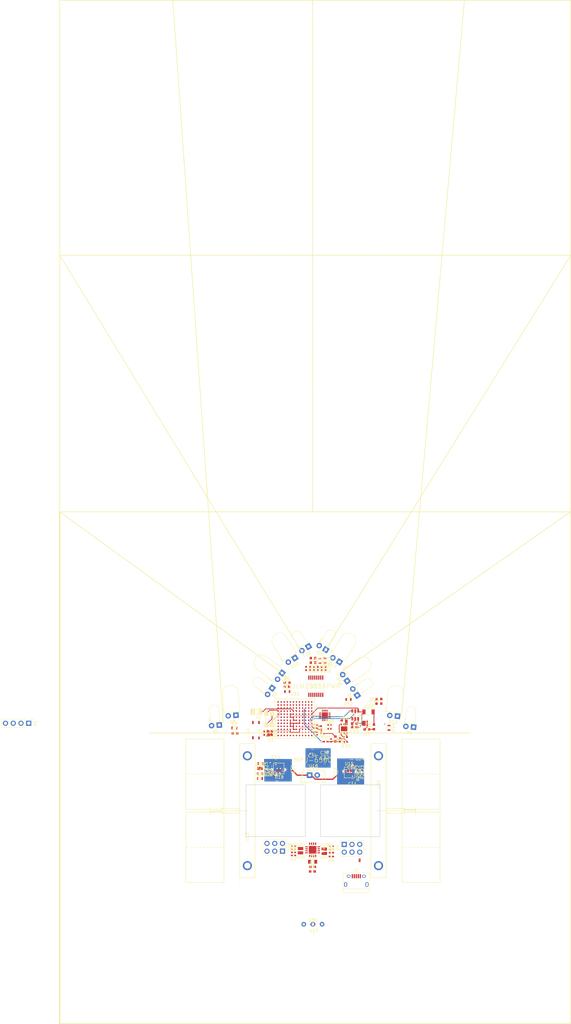
<source format=kicad_pcb>
(kicad_pcb (version 4) (host pcbnew 4.0.6)
  (layers (0 F.Cu signal) (31 B.Cu signal) (34 B.Paste user) (35 F.Paste user) (36 B.SilkS user) (37 F.SilkS user) (38 B.Mask user) (39 F.Mask user) (44 Edge.Cuts user))
  (net 0 "")
  (net 1 V_BAT)
  (net 2 VA3.3)
  (net 3 GNDA)
  (net 4 V3.3)
  (net 5 GNDD)
  (net 6 "Net-(C10-Pad2)")
  (net 7 "Net-(C11-Pad1)")
  (net 8 "Net-(C12-Pad1)")
  (net 9 "Net-(C15-Pad1)")
  (net 10 "Net-(C16-Pad1)")
  (net 11 "Net-(C17-Pad1)")
  (net 12 "Net-(C18-Pad1)")
  (net 13 "Net-(C19-Pad1)")
  (net 14 "Net-(C19-Pad2)")
  (net 15 "Net-(C21-Pad1)")
  (net 16 "Net-(C22-Pad1)")
  (net 17 "Net-(C26-Pad1)")
  (net 18 "Net-(C28-Pad1)")
  (net 19 L_RECEIVER)
  (net 20 LD_RECEIVER)
  (net 21 LF_RECEIVER)
  (net 22 RF_RECEIVER)
  (net 23 RD_RECEIVER)
  (net 24 R_RECEIVER)
  (net 25 "Net-(D8-Pad1)")
  (net 26 "Net-(D9-Pad1)")
  (net 27 "Net-(D10-Pad1)")
  (net 28 "Net-(D11-Pad1)")
  (net 29 "Net-(D12-Pad1)")
  (net 30 "Net-(D13-Pad1)")
  (net 31 "Net-(J1-Pad2)")
  (net 32 "Net-(J1-Pad3)")
  (net 33 "Net-(L1-Pad2)")
  (net 34 RX)
  (net 35 TX)
  (net 36 5V)
  (net 37 "Net-(R1-Pad1)")
  (net 38 R_PWM_A)
  (net 39 "Net-(R2-Pad1)")
  (net 40 R_PWM_B)
  (net 41 "Net-(R3-Pad1)")
  (net 42 L_PWM_A)
  (net 43 "Net-(R4-Pad1)")
  (net 44 L_PWM_B)
  (net 45 "Net-(R15-Pad2)")
  (net 46 "Net-(R16-Pad2)")
  (net 47 "Net-(R17-Pad2)")
  (net 48 "Net-(R18-Pad2)")
  (net 49 "Net-(R19-Pad2)")
  (net 50 "Net-(R20-Pad2)")
  (net 51 "Net-(R21-Pad1)")
  (net 52 "Net-(R22-Pad1)")
  (net 53 +5V)
  (net 54 "Net-(R25-Pad1)")
  (net 55 "Net-(R26-Pad1)")
  (net 56 BUZZER)
  (net 57 L_EMITTER)
  (net 58 RD_EMITTER)
  (net 59 RF_EMITTER)
  (net 60 LF_EMITTER)
  (net 61 LD_EMITTER)
  (net 62 "Net-(R37-Pad1)")
  (net 63 "Net-(R38-Pad1)")
  (net 64 "Net-(R40-Pad1)")
  (net 65 "Net-(U21-Pad10)")
  (net 66 "Net-(U3-Pad2)")
  (net 67 "Net-(U10-Pad3)")
  (net 68 "Net-(U10-Pad4)")
  (net 69 R_CH_A)
  (net 70 R_CH_B)
  (net 71 L_CH_A)
  (net 72 L_CH_B)
  (net 73 "Net-(U11-Pad9)")
  (net 74 "Net-(U16-Pad2)")
  (net 75 "Net-(U17-Pad3)")
  (net 76 "Net-(U20-Pad6)")
  (net 77 "Net-(U20-Pad5)")
  (net 78 "Net-(U21-Pad1)")
  (net 79 "Net-(U21-Pad3)")
  (net 80 "Net-(U21-Pad4)")
  (net 81 "Net-(U21-Pad5)")
  (net 82 "Net-(U21-Pad6)")
  (net 83 "Net-(U21-Pad7)")
  (net 84 "Net-(U21-Pad8)")
  (net 85 "Net-(U21-Pad9)")
  (net 86 "Net-(U21-Pad11)")
  (net 87 "Net-(U21-Pad12)")
  (net 88 "Net-(U21-Pad13)")
  (net 89 "Net-(U21-Pad14)")
  (net 90 "Net-(U21-Pad15)")
  (net 91 "Net-(U21-Pad16)")
  (net 92 "Net-(U23-PadA1)")
  (net 93 "Net-(U23-PadA2)")
  (net 94 "Net-(U23-PadA3)")
  (net 95 "Net-(U23-PadA4)")
  (net 96 "Net-(U23-PadA5)")
  (net 97 "Net-(U23-PadA8)")
  (net 98 "Net-(U23-PadA9)")
  (net 99 "Net-(U23-PadA11)")
  (net 100 "Net-(U23-PadA12)")
  (net 101 "Net-(U23-PadB1)")
  (net 102 "Net-(U23-PadB2)")
  (net 103 "Net-(U23-PadB4)")
  (net 104 "Net-(U23-PadB7)")
  (net 105 "Net-(U23-PadB8)")
  (net 106 "Net-(U23-PadB9)")
  (net 107 "Net-(U23-PadB11)")
  (net 108 "Net-(U23-PadB12)")
  (net 109 "Net-(U23-PadC1)")
  (net 110 "Net-(U23-PadC2)")
  (net 111 "Net-(U23-PadC3)")
  (net 112 "Net-(U23-PadC4)")
  (net 113 "Net-(U23-PadC7)")
  (net 114 "Net-(U23-PadC8)")
  (net 115 "Net-(U23-PadC9)")
  (net 116 "Net-(U23-PadC11)")
  (net 117 "Net-(U23-PadC12)")
  (net 118 "Net-(U23-PadD1)")
  (net 119 "Net-(U23-PadD2)")
  (net 120 "Net-(U23-PadD3)")
  (net 121 "Net-(U23-PadD4)")
  (net 122 "Net-(U23-PadD7)")
  (net 123 "Net-(U23-PadD8)")
  (net 124 "Net-(U23-PadD9)")
  (net 125 "Net-(U23-PadD10)")
  (net 126 "Net-(U23-PadD11)")
  (net 127 "Net-(U23-PadD12)")
  (net 128 "Net-(U23-PadF1)")
  (net 129 "Net-(U23-PadM1)")
  (net 130 "Net-(U23-PadE2)")
  (net 131 "Net-(U23-PadM2)")
  (net 132 "Net-(U23-PadE3)")
  (net 133 "Net-(U23-PadL3)")
  (net 134 "Net-(U23-PadE4)")
  (net 135 "Net-(U23-PadG4)")
  (net 136 "Net-(U23-PadK4)")
  (net 137 "Net-(U23-PadL4)")
  (net 138 "Net-(U23-PadM4)")
  (net 139 "Net-(U23-PadK5)")
  (net 140 "Net-(U23-PadM6)")
  (net 141 "Net-(U23-PadM7)")
  (net 142 "Net-(U23-PadM8)")
  (net 143 "Net-(U23-PadE9)")
  (net 144 "Net-(U23-PadG9)")
  (net 145 "Net-(U23-PadH9)")
  (net 146 "Net-(U23-PadJ9)")
  (net 147 "Net-(U23-PadK9)")
  (net 148 "Net-(U23-PadE10)")
  (net 149 "Net-(U23-PadG10)")
  (net 150 "Net-(U23-PadH10)")
  (net 151 "Net-(U23-PadK10)")
  (net 152 "Net-(U23-PadL10)")
  (net 153 "Net-(U23-PadE11)")
  (net 154 "Net-(U23-PadG11)")
  (net 155 "Net-(U23-PadH11)")
  (net 156 "Net-(U23-PadJ11)")
  (net 157 "Net-(U23-PadK11)")
  (net 158 "Net-(U23-PadL11)")
  (net 159 "Net-(U23-PadM11)")
  (net 160 "Net-(U23-PadE12)")
  (net 161 "Net-(U23-PadG12)")
  (net 162 "Net-(U23-PadH12)")
  (net 163 "Net-(U23-PadL12)")
  (net 164 "Net-(U23-PadM12)")
  (net 165 "Net-(C30-Pad2)")
  (net 166 "Net-(C14-Pad1)")
  (net 167 "Net-(C32-Pad1)")
  (net 168 "Net-(C33-Pad1)")
  (net 169 "Net-(J1-Pad4)")
  (net 170 "Net-(P1-Pad3)")
  (net 171 "Net-(U31-Pad1)")
  (net 172 "Net-(U31-Pad2)")
  (net 173 "Net-(U31-Pad3)")
  (net 174 "Net-(U31-Pad4)")
  (net 175 "Net-(U31-Pad5)")
  (net 176 "Net-(U31-Pad6)")
  (net 177 "Net-(U31-Pad7)")
  (net 178 SDO)
  (net 179 FSYNC)
  (net 180 INT)
  (net 181 "Net-(U31-Pad14)")
  (net 182 "Net-(U31-Pad15)")
  (net 183 "Net-(U31-Pad16)")
  (net 184 "Net-(U31-Pad17)")
  (net 185 "Net-(U31-Pad19)")
  (net 186 "Net-(U31-Pad21)")
  (net 187 nCS)
  (net 188 SCLK)
  (net 189 SDI)
  (net 190 V1.8)
  (net 191 "Net-(U11-Pad16)")
  (net 192 3.3V)
  (net 193 VBAT)
  (net 194 "Net-(C35-Pad1)")
  (net 195 "Net-(J1-Pad1)")
  (net 196 "Net-(J1-Pad5)")
  (net 197 "Net-(L1-Pad1)")
  (net 198 "Net-(R29-Pad1)")
  (net 199 "Net-(R37-Pad2)")
  (net 200 "Net-(R38-Pad2)")
  (net 201 "Net-(U1-Pad2)")
  (net 202 "Net-(R30-Pad1)")
  (net 203 "Net-(U2-Pad2)")
  (net 204 "Net-(U2-Pad6)")
  (net 205 "Net-(C3-Pad2)")
  (net 206 "Net-(U2-Pad15)")
  (net 207 "Net-(U2-Pad16)")
  (module micromouse:Motors_connectors (layer F.Cu) (at 108.7824 100.5166 270)
    (fp_text reference U10 (at -1.27 -2.33 270) (layer F.SilkS))
    (fp_text value 2X3Header)
    (pad 1 thru_hole rect (at 0 0 270) (size 1.7 1.7) (drill 1) (layers *.Cu *.Mask) (net 71 L_CH_A))
    (pad 2 thru_hole oval (at -2.54 0 270) (size 1.7 1.7) (drill 1) (layers *.Cu *.Mask) (net 53 +5V))
    (pad 3 thru_hole oval (at 0 2.54 270) (size 1.7 1.7) (drill 1) (layers *.Cu *.Mask) (net 67 "Net-(U10-Pad3)"))
    (pad 4 thru_hole oval (at -2.54 2.54 270) (size 1.7 1.7) (drill 1) (layers *.Cu *.Mask) (net 68 "Net-(U10-Pad4)"))
    (pad 5 thru_hole oval (at 0 5.08 270) (size 1.7 1.7) (drill 1) (layers *.Cu *.Mask) (net 5 GNDD))
    (pad 6 thru_hole oval (at -2.54 5.08 270) (size 1.7 1.7) (drill 1) (layers *.Cu *.Mask) (net 72 L_CH_B))
  )
  (module micromouse:Motor_mount (layer F.Cu) (at 140.2874 87.2666 90)
    (fp_text reference U32 (at 8.63 0.07 90) (layer F.SilkS))
    (fp_text value Motor_mount)
    (pad "" thru_hole circle (at 18 0 90) (size 3 3) (drill 2) (layers *.Cu *.Mask))
    (pad "" thru_hole circle (at -18 0 90) (size 3 3) (drill 2) (layers *.Cu *.Mask))
  )
  (module micromouse:Motor_mount (layer F.Cu) (at 97.2624 87.2666 270)
    (fp_text reference U13 (at 8.63 0.07 270) (layer F.SilkS))
    (fp_text value Motor_mount)
    (pad "" thru_hole circle (at 18 0 270) (size 3 3) (drill 2) (layers *.Cu *.Mask))
    (pad "" thru_hole circle (at -18 0 270) (size 3 3) (drill 2) (layers *.Cu *.Mask))
  )
  (module micromouse:Microcontroller (layer F.Cu) (at 112.8648 57.1132 180)
    (fp_text reference U23 (at -0.0381 8.0899 180) (layer F.SilkS))
    (fp_text value MK66FX1M0)
    (pad A1 smd circle (at -5.5 -5.5 180) (size 0.5 0.5) (layers F.Cu F.Paste F.Mask) (net 92 "Net-(U23-PadA1)"))
    (pad B1 smd circle (at -5.5 -4.5 180) (size 0.5 0.5) (layers F.Cu F.Paste F.Mask) (net 101 "Net-(U23-PadB1)"))
    (pad C1 smd circle (at -5.5 -3.5 180) (size 0.5 0.5) (layers F.Cu F.Paste F.Mask) (net 109 "Net-(U23-PadC1)"))
    (pad D1 smd circle (at -5.5 -2.5 180) (size 0.5 0.5) (layers F.Cu F.Paste F.Mask) (net 118 "Net-(U23-PadD1)"))
    (pad E1 smd circle (at -5.5 -1.5 180) (size 0.5 0.5) (layers F.Cu F.Paste F.Mask) (net 64 "Net-(R40-Pad1)"))
    (pad F1 smd circle (at -5.5 -0.5 180) (size 0.5 0.5) (layers F.Cu F.Paste F.Mask) (net 128 "Net-(U23-PadF1)"))
    (pad G1 smd circle (at -5.5 0.5 180) (size 0.5 0.5) (layers F.Cu F.Paste F.Mask) (net 16 "Net-(C22-Pad1)"))
    (pad H1 smd circle (at -5.5 1.5 180) (size 0.5 0.5) (layers F.Cu F.Paste F.Mask) (net 62 "Net-(R37-Pad1)"))
    (pad A2 smd circle (at -4.5 -5.5 180) (size 0.5 0.5) (layers F.Cu F.Paste F.Mask) (net 93 "Net-(U23-PadA2)"))
    (pad B2 smd circle (at -4.5 -4.5 180) (size 0.5 0.5) (layers F.Cu F.Paste F.Mask) (net 102 "Net-(U23-PadB2)"))
    (pad C2 smd circle (at -4.5 -3.5 180) (size 0.5 0.5) (layers F.Cu F.Paste F.Mask) (net 110 "Net-(U23-PadC2)"))
    (pad D2 smd circle (at -4.5 -2.5 180) (size 0.5 0.5) (layers F.Cu F.Paste F.Mask) (net 119 "Net-(U23-PadD2)"))
    (pad E2 smd circle (at -4.5 -1.5 180) (size 0.5 0.5) (layers F.Cu F.Paste F.Mask) (net 130 "Net-(U23-PadE2)"))
    (pad F2 smd circle (at -4.5 -0.5 180) (size 0.5 0.5) (layers F.Cu F.Paste F.Mask))
    (pad G2 smd circle (at -4.5 0.5 180) (size 0.5 0.5) (layers F.Cu F.Paste F.Mask) (net 12 "Net-(C18-Pad1)"))
    (pad H2 smd circle (at -4.5 1.5 180) (size 0.5 0.5) (layers F.Cu F.Paste F.Mask) (net 63 "Net-(R38-Pad1)"))
    (pad A3 smd circle (at -3.5 -5.5 180) (size 0.5 0.5) (layers F.Cu F.Paste F.Mask) (net 94 "Net-(U23-PadA3)"))
    (pad B3 smd circle (at -3.5 -4.5 180) (size 0.5 0.5) (layers F.Cu F.Paste F.Mask))
    (pad C3 smd circle (at -3.5 -3.5 180) (size 0.5 0.5) (layers F.Cu F.Paste F.Mask) (net 111 "Net-(U23-PadC3)"))
    (pad D3 smd circle (at -3.5 -2.5 180) (size 0.5 0.5) (layers F.Cu F.Paste F.Mask) (net 120 "Net-(U23-PadD3)"))
    (pad E3 smd circle (at -3.5 -1.5 180) (size 0.5 0.5) (layers F.Cu F.Paste F.Mask) (net 132 "Net-(U23-PadE3)"))
    (pad F3 smd circle (at -3.5 -0.5 180) (size 0.5 0.5) (layers F.Cu F.Paste F.Mask))
    (pad G3 smd circle (at -3.5 0.5 180) (size 0.5 0.5) (layers F.Cu F.Paste F.Mask))
    (pad H3 smd circle (at -3.5 1.5 180) (size 0.5 0.5) (layers F.Cu F.Paste F.Mask) (net 5 GNDD))
    (pad A4 smd circle (at -2.5 -5.5 180) (size 0.5 0.5) (layers F.Cu F.Paste F.Mask) (net 95 "Net-(U23-PadA4)"))
    (pad B4 smd circle (at -2.5 -4.5 180) (size 0.5 0.5) (layers F.Cu F.Paste F.Mask) (net 103 "Net-(U23-PadB4)"))
    (pad C4 smd circle (at -2.5 -3.5 180) (size 0.5 0.5) (layers F.Cu F.Paste F.Mask) (net 112 "Net-(U23-PadC4)"))
    (pad D4 smd circle (at -2.5 -2.5 180) (size 0.5 0.5) (layers F.Cu F.Paste F.Mask) (net 121 "Net-(U23-PadD4)"))
    (pad E4 smd circle (at -2.5 -1.5 180) (size 0.5 0.5) (layers F.Cu F.Paste F.Mask) (net 134 "Net-(U23-PadE4)"))
    (pad F4 smd circle (at -2.5 -0.5 180) (size 0.5 0.5) (layers F.Cu F.Paste F.Mask))
    (pad G4 smd circle (at -2.5 0.5 180) (size 0.5 0.5) (layers F.Cu F.Paste F.Mask) (net 135 "Net-(U23-PadG4)"))
    (pad H4 smd circle (at -2.5 1.5 180) (size 0.5 0.5) (layers F.Cu F.Paste F.Mask))
    (pad A5 smd circle (at -1.5 -5.5 180) (size 0.5 0.5) (layers F.Cu F.Paste F.Mask) (net 96 "Net-(U23-PadA5)"))
    (pad B5 smd circle (at -1.5 -4.5 180) (size 0.5 0.5) (layers F.Cu F.Paste F.Mask))
    (pad C5 smd circle (at -1.5 -3.5 180) (size 0.5 0.5) (layers F.Cu F.Paste F.Mask))
    (pad D5 smd circle (at -1.5 -2.5 180) (size 0.5 0.5) (layers F.Cu F.Paste F.Mask))
    (pad E5 smd circle (at -1.5 -1.5 180) (size 0.5 0.5) (layers F.Cu F.Paste F.Mask) (net 16 "Net-(C22-Pad1)"))
    (pad F5 smd circle (at -1.5 -0.5 180) (size 0.5 0.5) (layers F.Cu F.Paste F.Mask) (net 16 "Net-(C22-Pad1)"))
    (pad G5 smd circle (at -1.5 0.5 180) (size 0.5 0.5) (layers F.Cu F.Paste F.Mask) (net 17 "Net-(C26-Pad1)"))
    (pad H5 smd circle (at -1.5 1.5 180) (size 0.5 0.5) (layers F.Cu F.Paste F.Mask) (net 13 "Net-(C19-Pad1)"))
    (pad A6 smd circle (at -0.5 -5.5 180) (size 0.5 0.5) (layers F.Cu F.Paste F.Mask))
    (pad B6 smd circle (at -0.5 -4.5 180) (size 0.5 0.5) (layers F.Cu F.Paste F.Mask))
    (pad C6 smd circle (at -0.5 -3.5 180) (size 0.5 0.5) (layers F.Cu F.Paste F.Mask))
    (pad D6 smd circle (at -0.5 -2.5 180) (size 0.5 0.5) (layers F.Cu F.Paste F.Mask))
    (pad E6 smd circle (at -0.5 -1.5 180) (size 0.5 0.5) (layers F.Cu F.Paste F.Mask) (net 16 "Net-(C22-Pad1)"))
    (pad F6 smd circle (at -0.5 -0.5 180) (size 0.5 0.5) (layers F.Cu F.Paste F.Mask) (net 5 GNDD))
    (pad G6 smd circle (at -0.5 0.5 180) (size 0.5 0.5) (layers F.Cu F.Paste F.Mask) (net 14 "Net-(C19-Pad2)"))
    (pad H6 smd circle (at -0.5 1.5 180) (size 0.5 0.5) (layers F.Cu F.Paste F.Mask) (net 14 "Net-(C19-Pad2)"))
    (pad A7 smd circle (at 0.5 -5.5 180) (size 0.5 0.5) (layers F.Cu F.Paste F.Mask))
    (pad B7 smd circle (at 0.5 -4.5 180) (size 0.5 0.5) (layers F.Cu F.Paste F.Mask) (net 104 "Net-(U23-PadB7)"))
    (pad C7 smd circle (at 0.5 -3.5 180) (size 0.5 0.5) (layers F.Cu F.Paste F.Mask) (net 113 "Net-(U23-PadC7)"))
    (pad D7 smd circle (at 0.5 -2.5 180) (size 0.5 0.5) (layers F.Cu F.Paste F.Mask) (net 122 "Net-(U23-PadD7)"))
    (pad E7 smd circle (at 0.5 -1.5 180) (size 0.5 0.5) (layers F.Cu F.Paste F.Mask) (net 16 "Net-(C22-Pad1)"))
    (pad F7 smd circle (at 0.5 -0.5 180) (size 0.5 0.5) (layers F.Cu F.Paste F.Mask) (net 5 GNDD))
    (pad G7 smd circle (at 0.5 0.5 180) (size 0.5 0.5) (layers F.Cu F.Paste F.Mask) (net 5 GNDD))
    (pad H7 smd circle (at 0.5 1.5 180) (size 0.5 0.5) (layers F.Cu F.Paste F.Mask) (net 5 GNDD))
    (pad A8 smd circle (at 1.5 -5.5 180) (size 0.5 0.5) (layers F.Cu F.Paste F.Mask) (net 97 "Net-(U23-PadA8)"))
    (pad B8 smd circle (at 1.5 -4.5 180) (size 0.5 0.5) (layers F.Cu F.Paste F.Mask) (net 105 "Net-(U23-PadB8)"))
    (pad C8 smd circle (at 1.5 -3.5 180) (size 0.5 0.5) (layers F.Cu F.Paste F.Mask) (net 114 "Net-(U23-PadC8)"))
    (pad D8 smd circle (at 1.5 -2.5 180) (size 0.5 0.5) (layers F.Cu F.Paste F.Mask) (net 123 "Net-(U23-PadD8)"))
    (pad E8 smd circle (at 1.5 -1.5 180) (size 0.5 0.5) (layers F.Cu F.Paste F.Mask) (net 16 "Net-(C22-Pad1)"))
    (pad F8 smd circle (at 1.5 -0.5 180) (size 0.5 0.5) (layers F.Cu F.Paste F.Mask) (net 16 "Net-(C22-Pad1)"))
    (pad G8 smd circle (at 1.5 0.5 180) (size 0.5 0.5) (layers F.Cu F.Paste F.Mask) (net 5 GNDD))
    (pad H8 smd circle (at 1.5 1.5 180) (size 0.5 0.5) (layers F.Cu F.Paste F.Mask) (net 5 GNDD))
    (pad A9 smd circle (at 2.5 -5.5 180) (size 0.5 0.5) (layers F.Cu F.Paste F.Mask) (net 98 "Net-(U23-PadA9)"))
    (pad B9 smd circle (at 2.5 -4.5 180) (size 0.5 0.5) (layers F.Cu F.Paste F.Mask) (net 106 "Net-(U23-PadB9)"))
    (pad C9 smd circle (at 2.5 -3.5 180) (size 0.5 0.5) (layers F.Cu F.Paste F.Mask) (net 115 "Net-(U23-PadC9)"))
    (pad D9 smd circle (at 2.5 -2.5 180) (size 0.5 0.5) (layers F.Cu F.Paste F.Mask) (net 124 "Net-(U23-PadD9)"))
    (pad E9 smd circle (at 2.5 -1.5 180) (size 0.5 0.5) (layers F.Cu F.Paste F.Mask) (net 143 "Net-(U23-PadE9)"))
    (pad F9 smd circle (at 2.5 -0.5 180) (size 0.5 0.5) (layers F.Cu F.Paste F.Mask))
    (pad G9 smd circle (at 2.5 0.5 180) (size 0.5 0.5) (layers F.Cu F.Paste F.Mask) (net 144 "Net-(U23-PadG9)"))
    (pad H9 smd circle (at 2.5 1.5 180) (size 0.5 0.5) (layers F.Cu F.Paste F.Mask) (net 145 "Net-(U23-PadH9)"))
    (pad A10 smd circle (at 3.5 -5.5 180) (size 0.5 0.5) (layers F.Cu F.Paste F.Mask))
    (pad B10 smd circle (at 3.5 -4.5 180) (size 0.5 0.5) (layers F.Cu F.Paste F.Mask))
    (pad C10 smd circle (at 3.5 -3.5 180) (size 0.5 0.5) (layers F.Cu F.Paste F.Mask))
    (pad D10 smd circle (at 3.5 -2.5 180) (size 0.5 0.5) (layers F.Cu F.Paste F.Mask) (net 125 "Net-(U23-PadD10)"))
    (pad E10 smd circle (at 3.5 -1.5 180) (size 0.5 0.5) (layers F.Cu F.Paste F.Mask) (net 148 "Net-(U23-PadE10)"))
    (pad F10 smd circle (at 3.5 -0.5 180) (size 0.5 0.5) (layers F.Cu F.Paste F.Mask))
    (pad G10 smd circle (at 3.5 0.5 180) (size 0.5 0.5) (layers F.Cu F.Paste F.Mask) (net 149 "Net-(U23-PadG10)"))
    (pad H10 smd circle (at 3.5 1.5 180) (size 0.5 0.5) (layers F.Cu F.Paste F.Mask) (net 150 "Net-(U23-PadH10)"))
    (pad A11 smd circle (at 4.5 -5.5 180) (size 0.5 0.5) (layers F.Cu F.Paste F.Mask) (net 99 "Net-(U23-PadA11)"))
    (pad B11 smd circle (at 4.5 -4.5 180) (size 0.5 0.5) (layers F.Cu F.Paste F.Mask) (net 107 "Net-(U23-PadB11)"))
    (pad C11 smd circle (at 4.5 -3.5 180) (size 0.5 0.5) (layers F.Cu F.Paste F.Mask) (net 116 "Net-(U23-PadC11)"))
    (pad D11 smd circle (at 4.5 -2.5 180) (size 0.5 0.5) (layers F.Cu F.Paste F.Mask) (net 126 "Net-(U23-PadD11)"))
    (pad E11 smd circle (at 4.5 -1.5 180) (size 0.5 0.5) (layers F.Cu F.Paste F.Mask) (net 153 "Net-(U23-PadE11)"))
    (pad F11 smd circle (at 4.5 -0.5 180) (size 0.5 0.5) (layers F.Cu F.Paste F.Mask))
    (pad G11 smd circle (at 4.5 0.5 180) (size 0.5 0.5) (layers F.Cu F.Paste F.Mask) (net 154 "Net-(U23-PadG11)"))
    (pad H11 smd circle (at 4.5 1.5 180) (size 0.5 0.5) (layers F.Cu F.Paste F.Mask) (net 155 "Net-(U23-PadH11)"))
    (pad A12 smd circle (at 5.5 -5.5 180) (size 0.5 0.5) (layers F.Cu F.Paste F.Mask) (net 100 "Net-(U23-PadA12)"))
    (pad B12 smd circle (at 5.5 -4.5 180) (size 0.5 0.5) (layers F.Cu F.Paste F.Mask) (net 108 "Net-(U23-PadB12)"))
    (pad C12 smd circle (at 5.5 -3.5 180) (size 0.5 0.5) (layers F.Cu F.Paste F.Mask) (net 117 "Net-(U23-PadC12)"))
    (pad D12 smd circle (at 5.5 -2.5 180) (size 0.5 0.5) (layers F.Cu F.Paste F.Mask) (net 127 "Net-(U23-PadD12)"))
    (pad E12 smd circle (at 5.5 -1.5 180) (size 0.5 0.5) (layers F.Cu F.Paste F.Mask) (net 160 "Net-(U23-PadE12)"))
    (pad F12 smd circle (at 5.5 -0.5 180) (size 0.5 0.5) (layers F.Cu F.Paste F.Mask))
    (pad G12 smd circle (at 5.5 0.5 180) (size 0.5 0.5) (layers F.Cu F.Paste F.Mask) (net 161 "Net-(U23-PadG12)"))
    (pad H12 smd circle (at 5.5 1.5 180) (size 0.5 0.5) (layers F.Cu F.Paste F.Mask) (net 162 "Net-(U23-PadH12)"))
    (pad J1 smd circle (at -5.5 2.5 180) (size 0.5 0.5) (layers F.Cu F.Paste F.Mask) (net 76 "Net-(U20-Pad6)"))
    (pad K1 smd circle (at -5.5 3.5 180) (size 0.5 0.5) (layers F.Cu F.Paste F.Mask) (net 77 "Net-(U20-Pad5)"))
    (pad L1 smd circle (at -5.5 4.5 180) (size 0.5 0.5) (layers F.Cu F.Paste F.Mask) (net 12 "Net-(C18-Pad1)"))
    (pad M1 smd circle (at -5.5 5.5 180) (size 0.5 0.5) (layers F.Cu F.Paste F.Mask) (net 129 "Net-(U23-PadM1)"))
    (pad J2 smd circle (at -4.5 2.5 180) (size 0.5 0.5) (layers F.Cu F.Paste F.Mask))
    (pad K2 smd circle (at -4.5 3.5 180) (size 0.5 0.5) (layers F.Cu F.Paste F.Mask) (net 5 GNDD))
    (pad L2 smd circle (at -4.5 4.5 180) (size 0.5 0.5) (layers F.Cu F.Paste F.Mask))
    (pad M2 smd circle (at -4.5 5.5 180) (size 0.5 0.5) (layers F.Cu F.Paste F.Mask) (net 131 "Net-(U23-PadM2)"))
    (pad J3 smd circle (at -3.5 2.5 180) (size 0.5 0.5) (layers F.Cu F.Paste F.Mask))
    (pad K3 smd circle (at -3.5 3.5 180) (size 0.5 0.5) (layers F.Cu F.Paste F.Mask))
    (pad L3 smd circle (at -3.5 4.5 180) (size 0.5 0.5) (layers F.Cu F.Paste F.Mask) (net 133 "Net-(U23-PadL3)"))
    (pad M3 smd circle (at -3.5 5.5 180) (size 0.5 0.5) (layers F.Cu F.Paste F.Mask) (net 18 "Net-(C28-Pad1)"))
    (pad J4 smd circle (at -2.5 2.5 180) (size 0.5 0.5) (layers F.Cu F.Paste F.Mask))
    (pad K4 smd circle (at -2.5 3.5 180) (size 0.5 0.5) (layers F.Cu F.Paste F.Mask) (net 136 "Net-(U23-PadK4)"))
    (pad L4 smd circle (at -2.5 4.5 180) (size 0.5 0.5) (layers F.Cu F.Paste F.Mask) (net 137 "Net-(U23-PadL4)"))
    (pad M4 smd circle (at -2.5 5.5 180) (size 0.5 0.5) (layers F.Cu F.Paste F.Mask) (net 138 "Net-(U23-PadM4)"))
    (pad J5 smd circle (at -1.5 2.5 180) (size 0.5 0.5) (layers F.Cu F.Paste F.Mask) (net 84 "Net-(U21-Pad8)"))
    (pad K5 smd circle (at -1.5 3.5 180) (size 0.5 0.5) (layers F.Cu F.Paste F.Mask) (net 139 "Net-(U23-PadK5)"))
    (pad L5 smd circle (at -1.5 4.5 180) (size 0.5 0.5) (layers F.Cu F.Paste F.Mask))
    (pad M5 smd circle (at -1.5 5.5 180) (size 0.5 0.5) (layers F.Cu F.Paste F.Mask))
    (pad J6 smd circle (at -0.5 2.5 180) (size 0.5 0.5) (layers F.Cu F.Paste F.Mask) (net 82 "Net-(U21-Pad6)"))
    (pad K6 smd circle (at -0.5 3.5 180) (size 0.5 0.5) (layers F.Cu F.Paste F.Mask) (net 85 "Net-(U21-Pad9)"))
    (pad L6 smd circle (at -0.5 4.5 180) (size 0.5 0.5) (layers F.Cu F.Paste F.Mask) (net 11 "Net-(C17-Pad1)"))
    (pad M6 smd circle (at -0.5 5.5 180) (size 0.5 0.5) (layers F.Cu F.Paste F.Mask) (net 140 "Net-(U23-PadM6)"))
    (pad J7 smd circle (at 0.5 2.5 180) (size 0.5 0.5) (layers F.Cu F.Paste F.Mask))
    (pad K7 smd circle (at 0.5 3.5 180) (size 0.5 0.5) (layers F.Cu F.Paste F.Mask) (net 83 "Net-(U21-Pad7)"))
    (pad L7 smd circle (at 0.5 4.5 180) (size 0.5 0.5) (layers F.Cu F.Paste F.Mask))
    (pad M7 smd circle (at 0.5 5.5 180) (size 0.5 0.5) (layers F.Cu F.Paste F.Mask) (net 141 "Net-(U23-PadM7)"))
    (pad J8 smd circle (at 1.5 2.5 180) (size 0.5 0.5) (layers F.Cu F.Paste F.Mask))
    (pad K8 smd circle (at 1.5 3.5 180) (size 0.5 0.5) (layers F.Cu F.Paste F.Mask))
    (pad L8 smd circle (at 1.5 4.5 180) (size 0.5 0.5) (layers F.Cu F.Paste F.Mask))
    (pad M8 smd circle (at 1.5 5.5 180) (size 0.5 0.5) (layers F.Cu F.Paste F.Mask) (net 142 "Net-(U23-PadM8)"))
    (pad J9 smd circle (at 2.5 2.5 180) (size 0.5 0.5) (layers F.Cu F.Paste F.Mask) (net 146 "Net-(U23-PadJ9)"))
    (pad K9 smd circle (at 2.5 3.5 180) (size 0.5 0.5) (layers F.Cu F.Paste F.Mask) (net 147 "Net-(U23-PadK9)"))
    (pad L9 smd circle (at 2.5 4.5 180) (size 0.5 0.5) (layers F.Cu F.Paste F.Mask))
    (pad M9 smd circle (at 2.5 5.5 180) (size 0.5 0.5) (layers F.Cu F.Paste F.Mask))
    (pad J10 smd circle (at 3.5 2.5 180) (size 0.5 0.5) (layers F.Cu F.Paste F.Mask))
    (pad K10 smd circle (at 3.5 3.5 180) (size 0.5 0.5) (layers F.Cu F.Paste F.Mask) (net 151 "Net-(U23-PadK10)"))
    (pad L10 smd circle (at 3.5 4.5 180) (size 0.5 0.5) (layers F.Cu F.Paste F.Mask) (net 152 "Net-(U23-PadL10)"))
    (pad M10 smd circle (at 3.5 5.5 180) (size 0.5 0.5) (layers F.Cu F.Paste F.Mask) (net 5 GNDD))
    (pad J11 smd circle (at 4.5 2.5 180) (size 0.5 0.5) (layers F.Cu F.Paste F.Mask) (net 156 "Net-(U23-PadJ11)"))
    (pad K11 smd circle (at 4.5 3.5 180) (size 0.5 0.5) (layers F.Cu F.Paste F.Mask) (net 157 "Net-(U23-PadK11)"))
    (pad L11 smd circle (at 4.5 4.5 180) (size 0.5 0.5) (layers F.Cu F.Paste F.Mask) (net 158 "Net-(U23-PadL11)"))
    (pad M11 smd circle (at 4.5 5.5 180) (size 0.5 0.5) (layers F.Cu F.Paste F.Mask) (net 159 "Net-(U23-PadM11)"))
    (pad J12 smd circle (at 5.5 2.5 180) (size 0.5 0.5) (layers F.Cu F.Paste F.Mask))
    (pad K12 smd circle (at 5.5 3.5 180) (size 0.5 0.5) (layers F.Cu F.Paste F.Mask))
    (pad L12 smd circle (at 5.5 4.5 180) (size 0.5 0.5) (layers F.Cu F.Paste F.Mask) (net 163 "Net-(U23-PadL12)"))
    (pad M12 smd circle (at 5.5 5.5 180) (size 0.5 0.5) (layers F.Cu F.Paste F.Mask) (net 164 "Net-(U23-PadM12)"))
  )
  (module Inductors_SMD:L_0603 (layer F.Cu) (at 101.3924 75.0766 180)
    (fp_text reference L1 (at 0 -1.9 180) (layer F.SilkS))
    (fp_text value L)
    (pad 1 smd rect (at -0.75 0 180) (size 0.5 0.9) (layers F.Cu F.Paste F.Mask) (net 197 "Net-(L1-Pad1)"))
    (pad 2 smd rect (at 0.75 0 180) (size 0.5 0.9) (layers F.Cu F.Paste F.Mask) (net 33 "Net-(L1-Pad2)"))
  )
  (module Socket_Strips:Socket_Strip_Straight_1x04_Pitch2.54mm (layer F.Cu) (at 25.5324 58.5866 270)
    (fp_text reference P1 (at 0 -2.33 270) (layer F.SilkS))
    (fp_text value CONN_01X4)
    (pad 1 thru_hole rect (at 0 0 270) (size 1.7 1.7) (drill 1) (layers *.Cu *.Mask) (net 34 RX))
    (pad 2 thru_hole oval (at 0 2.54 270) (size 1.7 1.7) (drill 1) (layers *.Cu *.Mask) (net 35 TX))
    (pad 3 thru_hole oval (at 0 5.08 270) (size 1.7 1.7) (drill 1) (layers *.Cu *.Mask) (net 170 "Net-(P1-Pad3)"))
    (pad 4 thru_hole oval (at 0 7.62 270) (size 1.7 1.7) (drill 1) (layers *.Cu *.Mask) (net 36 5V))
  )
  (module micromouse:Switch_teensy (layer F.Cu) (at 100.0824 60.8466 270)
    (fp_text reference s1 (at 0.1524 2.6924 270) (layer F.SilkS))
    (fp_text value Switch)
    (pad 1 smd rect (at 2.5 -1 270) (size 1 0.5) (layers F.Cu F.Paste F.Mask) (net 65 "Net-(U21-Pad10)"))
    (pad 2 smd rect (at -2.5 -1 270) (size 1 0.5) (layers F.Cu F.Paste F.Mask) (net 5 GNDD))
    (pad 2 smd rect (at -2.5 1 270) (size 1 0.5) (layers F.Cu F.Paste F.Mask) (net 5 GNDD))
    (pad 1 smd rect (at 2.5 1 270) (size 1 0.5) (layers F.Cu F.Paste F.Mask) (net 65 "Net-(U21-Pad10)"))
  )
  (module micromouse:PMEG4010_DIODE (layer F.Cu) (at 104.6608 62.0922)
    (fp_text reference U1 (at 0.31 1.95) (layer F.SilkS))
    (fp_text value BAT54C)
    (pad 1 smd rect (at 0 0) (size 1.6 1.1) (layers F.Cu F.Paste F.Mask) (net 16 "Net-(C22-Pad1)"))
    (pad 1 smd rect (at 0 0.675) (size 0.4 0.25) (layers F.Cu F.Paste F.Mask) (net 16 "Net-(C22-Pad1)"))
    (pad 2 smd rect (at -0.65 -1.05) (size 0.4 0.5) (layers F.Cu F.Paste F.Mask) (net 201 "Net-(U1-Pad2)"))
    (pad 3 smd rect (at 0.65 -1.05) (size 0.4 0.5) (layers F.Cu F.Paste F.Mask) (net 11 "Net-(C17-Pad1)"))
  )
  (module micromouse:PMEG4010_DIODE (layer F.Cu) (at 135.5088 58.6172 270)
    (fp_text reference U6 (at 0.31 1.95 270) (layer F.SilkS))
    (fp_text value BAT54C)
    (pad 1 smd rect (at 0 0 270) (size 1.6 1.1) (layers F.Cu F.Paste F.Mask) (net 66 "Net-(U3-Pad2)"))
    (pad 1 smd rect (at 0 0.675 270) (size 0.4 0.25) (layers F.Cu F.Paste F.Mask) (net 66 "Net-(U3-Pad2)"))
    (pad 2 smd rect (at -0.65 -1.05 270) (size 0.4 0.5) (layers F.Cu F.Paste F.Mask) (net 66 "Net-(U3-Pad2)"))
    (pad 3 smd rect (at 0.65 -1.05 270) (size 0.4 0.5) (layers F.Cu F.Paste F.Mask) (net 15 "Net-(C21-Pad1)"))
  )
  (module micromouse:TPD3S014 (layer F.Cu) (at 132.664 55.8232 90)
    (fp_text reference U20 (at -0.9218 -2.3218 90) (layer F.SilkS) (effects (font (size 0.48 0.48) (thickness 0.05))))
    (fp_text value TPD3S014 (at -0.694 2.1362 90) (layer F.SilkS) (effects (font (size 0.48 0.48) (thickness 0.05))))
    (pad 1 smd rect (at -1.3 -0.95 90) (size 1.1 0.6) (layers F.Cu F.Paste F.Mask) (net 64 "Net-(R40-Pad1)"))
    (pad 2 smd rect (at -1.3 0 90) (size 1.1 0.6) (layers F.Cu F.Paste F.Mask) (net 5 GNDD))
    (pad 3 smd rect (at -1.3 0.95 90) (size 1.1 0.6) (layers F.Cu F.Paste F.Mask) (net 15 "Net-(C21-Pad1)"))
    (pad 4 smd rect (at 1.3 0.95 90) (size 1.1 0.6) (layers F.Cu F.Paste F.Mask) (net 12 "Net-(C18-Pad1)"))
    (pad 6 smd rect (at 1.3 -0.95 90) (size 1.1 0.6) (layers F.Cu F.Paste F.Mask) (net 76 "Net-(U20-Pad6)"))
    (pad 5 smd rect (at 1.3 0 90) (size 1.1 0.6) (layers F.Cu F.Paste F.Mask) (net 77 "Net-(U20-Pad5)"))
  )
  (module micromouse:MKL02Z32VFG4 (layer F.Cu) (at 122.6724 56.0166 270)
    (fp_text reference U21 (at 1.04 -3.035 270) (layer F.SilkS) (effects (font (thickness 0.05))))
    (fp_text value MKL02Z32VFG4 (at 1.775 2.765 270) (layer F.SilkS) (effects (font (thickness 0.05))))
    (pad 1 smd rect (at -1.55 -0.75 270) (size 0.65 0.3) (layers F.Cu F.Paste F.Mask) (net 78 "Net-(U21-Pad1)"))
    (pad 2 smd rect (at -1.55 -0.25 270) (size 0.65 0.3) (layers F.Cu F.Paste F.Mask) (net 5 GNDD))
    (pad 3 smd rect (at -1.55 0.25 270) (size 0.65 0.3) (layers F.Cu F.Paste F.Mask) (net 79 "Net-(U21-Pad3)"))
    (pad 4 smd rect (at -1.55 0.75 270) (size 0.65 0.3) (layers F.Cu F.Paste F.Mask) (net 80 "Net-(U21-Pad4)"))
    (pad 5 smd rect (at -0.75 1.55) (size 0.65 0.3) (layers F.Cu F.Paste F.Mask) (net 81 "Net-(U21-Pad5)"))
    (pad 6 smd rect (at -0.25 1.55) (size 0.65 0.3) (layers F.Cu F.Paste F.Mask) (net 82 "Net-(U21-Pad6)"))
    (pad 7 smd rect (at 0.25 1.55) (size 0.65 0.3) (layers F.Cu F.Paste F.Mask) (net 83 "Net-(U21-Pad7)"))
    (pad 8 smd rect (at 0.75 1.55) (size 0.65 0.3) (layers F.Cu F.Paste F.Mask) (net 84 "Net-(U21-Pad8)"))
    (pad 9 smd rect (at 1.55 0.75 90) (size 0.65 0.3) (layers F.Cu F.Paste F.Mask) (net 85 "Net-(U21-Pad9)"))
    (pad 10 smd rect (at 1.55 0.25 90) (size 0.65 0.3) (layers F.Cu F.Paste F.Mask) (net 65 "Net-(U21-Pad10)"))
    (pad 11 smd rect (at 1.55 -0.25 90) (size 0.65 0.3) (layers F.Cu F.Paste F.Mask) (net 86 "Net-(U21-Pad11)"))
    (pad 12 smd rect (at 1.55 -0.75 90) (size 0.65 0.3) (layers F.Cu F.Paste F.Mask) (net 87 "Net-(U21-Pad12)"))
    (pad 13 smd rect (at 0.75 -1.55 180) (size 0.65 0.3) (layers F.Cu F.Paste F.Mask) (net 88 "Net-(U21-Pad13)"))
    (pad 14 smd rect (at 0.25 -1.55 180) (size 0.65 0.3) (layers F.Cu F.Paste F.Mask) (net 89 "Net-(U21-Pad14)"))
    (pad 15 smd rect (at -0.25 -1.55 180) (size 0.65 0.3) (layers F.Cu F.Paste F.Mask) (net 90 "Net-(U21-Pad15)"))
    (pad 16 smd rect (at -0.75 -1.55 180) (size 0.65 0.3) (layers F.Cu F.Paste F.Mask) (net 91 "Net-(U21-Pad16)"))
    (pad 17 smd rect (at 0 0 270) (size 2 2) (layers F.Cu F.Paste F.Mask))
  )
  (module micromouse:32.768_CRYSTAL (layer F.Cu) (at 100.2824 54.7966)
    (fp_text reference Y2 (at 0.6096 1.8796) (layer F.SilkS))
    (fp_text value 32.768MHz)
    (pad 1 smd rect (at 1.25 0) (size 1.1 1.9) (layers F.Cu F.Paste F.SilkS F.Mask) (net 141 "Net-(U23-PadM7)"))
    (pad 2 smd rect (at -1.25 0) (size 1.1 1.9) (layers F.Cu F.Paste F.SilkS F.Mask) (net 140 "Net-(U23-PadM6)"))
  )
  (module micromouse:LP38691 (layer F.Cu) (at 128.96263 60.398096 180)
    (fp_text reference U22 (at 0.07 3.47 360) (layer F.SilkS))
    (fp_text value LP38691)
    (pad 6 smd rect (at 0.90843 1.407296) (size 0.35 0.6) (layers F.Cu F.Paste F.Mask) (net 15 "Net-(C21-Pad1)"))
    (pad 5 smd rect (at -0.04157 1.407296) (size 0.35 0.6) (layers F.Cu F.Paste F.Mask) (net 16 "Net-(C22-Pad1)"))
    (pad 4 smd rect (at -0.99157 1.407296) (size 0.35 0.6) (layers F.Cu F.Paste F.Mask) (net 16 "Net-(C22-Pad1)"))
    (pad 3 smd rect (at -0.99157 -1.392704) (size 0.35 0.6) (layers F.Cu F.Paste F.Mask))
    (pad 2 smd rect (at -0.04157 -1.392704) (size 0.35 0.6) (layers F.Cu F.Paste F.Mask) (net 5 GNDD))
    (pad 1 smd rect (at 0.90843 -1.392704) (size 0.35 0.6) (layers F.Cu F.Paste F.Mask) (net 15 "Net-(C21-Pad1)"))
    (pad 2 smd rect (at -0.04157 0.007296) (size 2.1 1.6) (layers F.Cu F.Paste F.Mask) (net 5 GNDD))
  )
  (module micromouse:C_0603 (layer F.Cu) (at 138.7854 59.7952 90)
    (fp_text reference C16 (at 0 -1.5 90) (layer F.SilkS))
    (fp_text value 2.2uF)
    (pad 2 smd rect (at 0.75 0 90) (size 0.8 0.75) (layers F.Cu F.Paste F.Mask) (net 5 GNDD))
    (pad 1 smd rect (at -0.75 0 90) (size 0.8 0.75) (layers F.Cu F.Paste F.Mask) (net 10 "Net-(C16-Pad1)"))
  )
  (module micromouse:C_0402 (layer F.Cu) (at 102.7924 61.8566 90)
    (fp_text reference C17 (at 0 -1.27 90) (layer F.SilkS))
    (fp_text value 0.1uF)
    (pad 1 smd rect (at -0.55 0 90) (size 0.6 0.5) (layers F.Cu F.Paste F.Mask) (net 11 "Net-(C17-Pad1)"))
    (pad 2 smd rect (at 0.55 0 90) (size 0.6 0.5) (layers F.Cu F.Paste F.Mask) (net 5 GNDD))
  )
  (module micromouse:C_0603 (layer F.Cu) (at 132.3754 59.8552 180)
    (fp_text reference C18 (at 0 -1.5 180) (layer F.SilkS))
    (fp_text value 2.2uF)
    (pad 2 smd rect (at 0.75 0 180) (size 0.8 0.75) (layers F.Cu F.Paste F.Mask) (net 5 GNDD))
    (pad 1 smd rect (at -0.75 0 180) (size 0.8 0.75) (layers F.Cu F.Paste F.Mask) (net 12 "Net-(C18-Pad1)"))
  )
  (module micromouse:C_0603 (layer F.Cu) (at 126.1492 63.7526 270)
    (fp_text reference C19 (at 0 -1.5 270) (layer F.SilkS))
    (fp_text value 2.2uF)
    (pad 2 smd rect (at 0.75 0 270) (size 0.8 0.75) (layers F.Cu F.Paste F.Mask) (net 14 "Net-(C19-Pad2)"))
    (pad 1 smd rect (at -0.75 0 270) (size 0.8 0.75) (layers F.Cu F.Paste F.Mask) (net 13 "Net-(C19-Pad1)"))
  )
  (module micromouse:C_1206 (layer F.Cu) (at 137.0074 54.8707)
    (fp_text reference C20 (at 0 -1.75) (layer F.SilkS))
    (fp_text value 100uF)
    (pad 1 smd rect (at -1.5 0) (size 1 1.6) (layers F.Cu F.Paste F.Mask) (net 12 "Net-(C18-Pad1)"))
    (pad 2 smd rect (at 1.5 0) (size 1 1.6) (layers F.Cu F.Paste F.Mask) (net 5 GNDD))
  )
  (module micromouse:C_0402 (layer F.Cu) (at 129.375 63.1564)
    (fp_text reference C21 (at 0 -1.27) (layer F.SilkS))
    (fp_text value 0.1uF)
    (pad 1 smd rect (at -0.55 0) (size 0.6 0.5) (layers F.Cu F.Paste F.Mask) (net 15 "Net-(C21-Pad1)"))
    (pad 2 smd rect (at 0.55 0) (size 0.6 0.5) (layers F.Cu F.Paste F.Mask) (net 5 GNDD))
  )
  (module micromouse:C_0402 (layer F.Cu) (at 121.4748 60.1032 90)
    (fp_text reference C22 (at 0 -1.27 90) (layer F.SilkS))
    (fp_text value 0.1uF)
    (pad 1 smd rect (at -0.55 0 90) (size 0.6 0.5) (layers F.Cu F.Paste F.Mask) (net 16 "Net-(C22-Pad1)"))
    (pad 2 smd rect (at 0.55 0 90) (size 0.6 0.5) (layers F.Cu F.Paste F.Mask) (net 5 GNDD))
  )
  (module micromouse:C_0402 (layer F.Cu) (at 105.3347 61.9295 270)
    (fp_text reference C23 (at 0 -1.27 270) (layer F.SilkS))
    (fp_text value 10nF)
    (pad 1 smd rect (at -0.55 0 270) (size 0.6 0.5) (layers F.Cu F.Paste F.Mask) (net 16 "Net-(C22-Pad1)"))
    (pad 2 smd rect (at 0.55 0 270) (size 0.6 0.5) (layers F.Cu F.Paste F.Mask) (net 5 GNDD))
  )
  (module micromouse:C_0603 (layer F.Cu) (at 132.3754 58.6752 180)
    (fp_text reference C24 (at 0 -1.5 180) (layer F.SilkS))
    (fp_text value 2.2uF)
    (pad 2 smd rect (at 0.75 0 180) (size 0.8 0.75) (layers F.Cu F.Paste F.Mask) (net 5 GNDD))
    (pad 1 smd rect (at -0.75 0 180) (size 0.8 0.75) (layers F.Cu F.Paste F.Mask) (net 15 "Net-(C21-Pad1)"))
  )
  (module micromouse:C_0402 (layer F.Cu) (at 120.1548 59.6512 90)
    (fp_text reference C25 (at 0 -1.27 90) (layer F.SilkS))
    (fp_text value 10nF)
    (pad 1 smd rect (at -0.55 0 90) (size 0.6 0.5) (layers F.Cu F.Paste F.Mask) (net 16 "Net-(C22-Pad1)"))
    (pad 2 smd rect (at 0.55 0 90) (size 0.6 0.5) (layers F.Cu F.Paste F.Mask) (net 5 GNDD))
  )
  (module micromouse:C_0402 (layer F.Cu) (at 127.6224 64.0708 270)
    (fp_text reference C26 (at 0 -1.27 270) (layer F.SilkS))
    (fp_text value 0.1uF)
    (pad 1 smd rect (at -0.55 0 270) (size 0.6 0.5) (layers F.Cu F.Paste F.Mask) (net 17 "Net-(C26-Pad1)"))
    (pad 2 smd rect (at 0.55 0 270) (size 0.6 0.5) (layers F.Cu F.Paste F.Mask) (net 14 "Net-(C19-Pad2)"))
  )
  (module micromouse:C_0603 (layer F.Cu) (at 103.8361 61.9422 270)
    (fp_text reference C27 (at 0 -1.5 270) (layer F.SilkS))
    (fp_text value 2.2uF)
    (pad 2 smd rect (at 0.75 0 270) (size 0.8 0.75) (layers F.Cu F.Paste F.Mask) (net 5 GNDD))
    (pad 1 smd rect (at -0.75 0 270) (size 0.8 0.75) (layers F.Cu F.Paste F.Mask) (net 16 "Net-(C22-Pad1)"))
  )
  (module micromouse:C_0402 (layer F.Cu) (at 122.9488 64.6132)
    (fp_text reference C28 (at 0 -1.27) (layer F.SilkS))
    (fp_text value 0.1uF)
    (pad 1 smd rect (at -0.55 0) (size 0.6 0.5) (layers F.Cu F.Paste F.Mask) (net 18 "Net-(C28-Pad1)"))
    (pad 2 smd rect (at 0.55 0) (size 0.6 0.5) (layers F.Cu F.Paste F.Mask) (net 14 "Net-(C19-Pad2)"))
  )
  (module micromouse:C_0603 (layer F.Cu) (at 128.9686 57.6446 180)
    (fp_text reference C29 (at 0 -1.5 180) (layer F.SilkS))
    (fp_text value 2.2uF)
    (pad 2 smd rect (at 0.75 0 180) (size 0.8 0.75) (layers F.Cu F.Paste F.Mask) (net 5 GNDD))
    (pad 1 smd rect (at -0.75 0 180) (size 0.8 0.75) (layers F.Cu F.Paste F.Mask) (net 16 "Net-(C22-Pad1)"))
  )
  (module micromouse:R_0402 (layer F.Cu) (at 129.5528 64.7312 180)
    (fp_text reference R39 (at 0 -1.35 180) (layer F.SilkS))
    (fp_text value 470)
    (pad 1 smd rect (at -0.45 0 180) (size 0.4 0.6) (layers F.Cu F.Paste F.Mask) (net 17 "Net-(C26-Pad1)"))
    (pad 2 smd rect (at 0.45 0 180) (size 0.4 0.6) (layers F.Cu F.Paste F.Mask) (net 13 "Net-(C19-Pad1)"))
  )
  (module micromouse:R_0402 (layer F.Cu) (at 120.1548 61.9372 270)
    (fp_text reference R40 (at 0 -1.35 270) (layer F.SilkS))
    (fp_text value 100k)
    (pad 1 smd rect (at -0.45 0 270) (size 0.4 0.6) (layers F.Cu F.Paste F.Mask) (net 64 "Net-(R40-Pad1)"))
    (pad 2 smd rect (at 0.45 0 270) (size 0.4 0.6) (layers F.Cu F.Paste F.Mask) (net 5 GNDD))
  )
  (module micromouse:C_0603 (layer F.Cu) (at 136.4854 60.6252 180)
    (fp_text reference U3 (at 0 -1.5 180) (layer F.SilkS))
    (fp_text value ferrite)
    (pad 2 smd rect (at 0.75 0 180) (size 0.8 0.75) (layers F.Cu F.Paste F.Mask) (net 66 "Net-(U3-Pad2)"))
    (pad 1 smd rect (at -0.75 0 180) (size 0.8 0.75) (layers F.Cu F.Paste F.Mask) (net 10 "Net-(C16-Pad1)"))
  )
  (module micromouse:R_0402 (layer F.Cu) (at 124.7268 64.2232 270)
    (fp_text reference U5 (at 0 -1.35 270) (layer F.SilkS))
    (fp_text value ferrite)
    (pad 1 smd rect (at -0.45 0 270) (size 0.4 0.6) (layers F.Cu F.Paste F.Mask) (net 5 GNDD))
    (pad 2 smd rect (at 0.45 0 270) (size 0.4 0.6) (layers F.Cu F.Paste F.Mask) (net 14 "Net-(C19-Pad2)"))
  )
  (module micromouse:R_0402 (layer F.Cu) (at 121.9328 61.9372)
    (fp_text reference U14 (at 0 -1.35) (layer F.SilkS))
    (fp_text value ferrite)
    (pad 1 smd rect (at -0.45 0) (size 0.4 0.6) (layers F.Cu F.Paste F.Mask) (net 16 "Net-(C22-Pad1)"))
    (pad 2 smd rect (at 0.45 0) (size 0.4 0.6) (layers F.Cu F.Paste F.Mask) (net 13 "Net-(C19-Pad1)"))
  )
  (module micromouse:IR_Emitter (layer F.Cu) (at 146.5124 56.2766 174.7)
    (fp_text reference D13 (at 1.27 -1.96 174.7) (layer F.SilkS))
    (fp_text value IRL81A hide)
    (pad 1 thru_hole rect (at 0 0 174.7) (size 1.8 1.8) (drill 0.9) (layers *.Cu *.Mask) (net 30 "Net-(D13-Pad1)"))
    (pad 2 thru_hole circle (at 2.54 0 174.7) (size 1.8 1.8) (drill 0.9) (layers *.Cu *.Mask) (net 190 V1.8))
  )
  (module micromouse:IR_Emitter (layer F.Cu) (at 129.9924 44.7466 125)
    (fp_text reference D12 (at 1.27 -1.96 125) (layer F.SilkS))
    (fp_text value IRL81A hide)
    (pad 1 thru_hole rect (at 0 0 125) (size 1.8 1.8) (drill 0.9) (layers *.Cu *.Mask) (net 29 "Net-(D12-Pad1)"))
    (pad 2 thru_hole circle (at 2.54 0 125) (size 1.8 1.8) (drill 0.9) (layers *.Cu *.Mask) (net 190 V1.8))
  )
  (module micromouse:IR_Emitter (layer F.Cu) (at 127.4524 38.4866 148)
    (fp_text reference D11 (at 1.27 -1.96 148) (layer F.SilkS))
    (fp_text value IRL81A hide)
    (pad 1 thru_hole rect (at 0 0 148) (size 1.8 1.8) (drill 0.9) (layers *.Cu *.Mask) (net 28 "Net-(D11-Pad1)"))
    (pad 2 thru_hole circle (at 2.54 0 148) (size 1.8 1.8) (drill 0.9) (layers *.Cu *.Mask) (net 190 V1.8))
  )
  (module micromouse:IR_Emitter (layer F.Cu) (at 112.8524 37.2166 212)
    (fp_text reference D10 (at 1.27 -1.96 212) (layer F.SilkS))
    (fp_text value IRL81A hide)
    (pad 1 thru_hole rect (at 0 0 212) (size 1.8 1.8) (drill 0.9) (layers *.Cu *.Mask) (net 27 "Net-(D10-Pad1)"))
    (pad 2 thru_hole circle (at 2.54 0 212) (size 1.8 1.8) (drill 0.9) (layers *.Cu *.Mask) (net 190 V1.8))
  )
  (module micromouse:IR_Emitter (layer F.Cu) (at 108.6624 42.1366 233.8)
    (fp_text reference D9 (at 1.27 -1.96 233.8) (layer F.SilkS))
    (fp_text value IRL81A hide)
    (pad 1 thru_hole rect (at 0 0 233.8) (size 1.8 1.8) (drill 0.9) (layers *.Cu *.Mask) (net 26 "Net-(D9-Pad1)"))
    (pad 2 thru_hole circle (at 2.54 0 233.8) (size 1.8 1.8) (drill 0.9) (layers *.Cu *.Mask) (net 190 V1.8))
  )
  (module micromouse:IR_Emitter (layer F.Cu) (at 93.51525 55.966154 184.3)
    (fp_text reference D8 (at 1.27 -1.96 184.3) (layer F.SilkS))
    (fp_text value IRL81A hide)
    (pad 1 thru_hole rect (at 0 0 184.3) (size 1.8 1.8) (drill 0.9) (layers *.Cu *.Mask) (net 25 "Net-(D8-Pad1)"))
    (pad 2 thru_hole circle (at 2.54 0 184.3) (size 1.8 1.8) (drill 0.9) (layers *.Cu *.Mask) (net 190 V1.8))
  )
  (module micromouse:IR_Reciver (layer F.Cu) (at 105.392538 47.086921 233.8)
    (fp_text reference D3 (at 1.27 -1.96 233.8) (layer F.SilkS))
    (fp_text value D_Photo hide)
    (pad 1 thru_hole rect (at 0 0 233.8) (size 1.8 1.8) (drill 0.9) (layers *.Cu *.Mask) (net 21 LF_RECEIVER))
    (pad 2 thru_hole circle (at 2.54 0 233.8) (size 1.8 1.8) (drill 0.9) (layers *.Cu *.Mask) (net 2 VA3.3))
  )
  (module micromouse:IR_Reciver (layer F.Cu) (at 88.0524 59.1866 184.3)
    (fp_text reference D1 (at 1.27 -1.96 184.3) (layer F.SilkS))
    (fp_text value D_Photo hide)
    (pad 1 thru_hole rect (at 0 0 184.3) (size 1.8 1.8) (drill 0.9) (layers *.Cu *.Mask) (net 19 L_RECEIVER))
    (pad 2 thru_hole circle (at 2.54 0 184.3) (size 1.8 1.8) (drill 0.9) (layers *.Cu *.Mask) (net 2 VA3.3))
  )
  (module micromouse:IR_Reciver (layer F.Cu) (at 117.3124 33.4566 212)
    (fp_text reference D2 (at 1.27 -1.96 212) (layer F.SilkS))
    (fp_text value D_Photo hide)
    (pad 1 thru_hole rect (at 0 0 212) (size 1.8 1.8) (drill 0.9) (layers *.Cu *.Mask) (net 20 LD_RECEIVER))
    (pad 2 thru_hole circle (at 2.54 0 212) (size 1.8 1.8) (drill 0.9) (layers *.Cu *.Mask) (net 2 VA3.3))
  )
  (module micromouse:IR_Reciver (layer F.Cu) (at 133.299284 49.447246 125)
    (fp_text reference D4 (at 1.27 -1.96 125) (layer F.SilkS))
    (fp_text value D_Photo hide)
    (pad 1 thru_hole rect (at 0 0 125) (size 1.8 1.8) (drill 0.9) (layers *.Cu *.Mask) (net 22 RF_RECEIVER))
    (pad 2 thru_hole circle (at 2.54 0 125) (size 1.8 1.8) (drill 0.9) (layers *.Cu *.Mask) (net 2 VA3.3))
  )
  (module micromouse:IR_Reciver (layer F.Cu) (at 122.9924 34.4966 148)
    (fp_text reference D5 (at 1.27 -1.96 148) (layer F.SilkS))
    (fp_text value D_Photo hide)
    (pad 1 thru_hole rect (at 0 0 148) (size 1.8 1.8) (drill 0.9) (layers *.Cu *.Mask) (net 23 RD_RECEIVER))
    (pad 2 thru_hole circle (at 2.54 0 148) (size 1.8 1.8) (drill 0.9) (layers *.Cu *.Mask) (net 2 VA3.3))
  )
  (module micromouse:IR_Reciver (layer F.Cu) (at 151.791541 59.861221 174.7)
    (fp_text reference D6 (at 1.27 -1.96 174.7) (layer F.SilkS))
    (fp_text value D_Photo hide)
    (pad 1 thru_hole rect (at 0 0 174.7) (size 1.8 1.8) (drill 0.9) (layers *.Cu *.Mask) (net 24 R_RECEIVER))
    (pad 2 thru_hole circle (at 2.54 0 174.7) (size 1.8 1.8) (drill 0.9) (layers *.Cu *.Mask) (net 2 VA3.3))
  )
  (module micromouse:16Mhz_crystal (layer F.Cu) (at 104.4124 57.3266 90)
    (fp_text reference Y1 (at 0.254 2.5908 90) (layer F.SilkS))
    (fp_text value Crystal_16MHz)
    (pad 2 smd rect (at 1.8 0.925 90) (size 1.3 1.05) (layers F.Cu F.Paste F.SilkS F.Mask) (net 5 GNDD))
    (pad 1 smd rect (at 1.8 -0.925 90) (size 1.3 1.05) (layers F.Cu F.Paste F.SilkS F.Mask) (net 164 "Net-(U23-PadM12)"))
    (pad 3 smd rect (at -1.8 0.925 90) (size 1.3 1.05) (layers F.Cu F.Paste F.SilkS F.Mask) (net 159 "Net-(U23-PadM11)"))
    (pad 2 smd rect (at -1.8 -0.925 90) (size 1.3 1.05) (layers F.Cu F.Paste F.SilkS F.Mask) (net 5 GNDD))
  )
  (module micromouse:MPU-6500 (layer F.Cu) (at 118.70554 70.69204)
    (fp_text reference U31 (at 0 2.925) (layer F.SilkS) (effects (font (size 1.2 1.2) (thickness 0.12))))
    (fp_text value MPU-6500 (at 0 0) (layer F.SilkS))
    (pad 1 smd rect (at -1 1.495 90) (size 0.54 0.22) (layers F.Cu F.Paste F.Mask) (net 171 "Net-(U31-Pad1)"))
    (pad 2 smd rect (at -0.6 1.495 90) (size 0.54 0.22) (layers F.Cu F.Paste F.Mask) (net 172 "Net-(U31-Pad2)"))
    (pad 3 smd rect (at -0.2 1.495 90) (size 0.54 0.22) (layers F.Cu F.Paste F.Mask) (net 173 "Net-(U31-Pad3)"))
    (pad 4 smd rect (at 0.2 1.495 90) (size 0.54 0.22) (layers F.Cu F.Paste F.Mask) (net 174 "Net-(U31-Pad4)"))
    (pad 5 smd rect (at 0.6 1.495 90) (size 0.54 0.22) (layers F.Cu F.Paste F.Mask) (net 175 "Net-(U31-Pad5)"))
    (pad 6 smd rect (at 1 1.495 90) (size 0.54 0.22) (layers F.Cu F.Paste F.Mask) (net 176 "Net-(U31-Pad6)"))
    (pad 7 smd rect (at 1.495 1) (size 0.54 0.22) (layers F.Cu F.Paste F.Mask) (net 177 "Net-(U31-Pad7)"))
    (pad 8 smd rect (at 1.495 0.6) (size 0.54 0.22) (layers F.Cu F.Paste F.Mask) (net 167 "Net-(C32-Pad1)"))
    (pad 9 smd rect (at 1.495 0.2) (size 0.54 0.22) (layers F.Cu F.Paste F.Mask) (net 178 SDO))
    (pad 10 smd rect (at 1.495 -0.2) (size 0.54 0.22) (layers F.Cu F.Paste F.Mask) (net 168 "Net-(C33-Pad1)"))
    (pad 11 smd rect (at 1.495 -0.6) (size 0.54 0.22) (layers F.Cu F.Paste F.Mask) (net 179 FSYNC))
    (pad 12 smd rect (at 1.495 -1) (size 0.54 0.22) (layers F.Cu F.Paste F.Mask) (net 180 INT))
    (pad 13 smd rect (at 1 -1.495 90) (size 0.54 0.22) (layers F.Cu F.Paste F.Mask) (net 192 3.3V))
    (pad 14 smd rect (at 0.6 -1.495 90) (size 0.54 0.22) (layers F.Cu F.Paste F.Mask) (net 181 "Net-(U31-Pad14)"))
    (pad 15 smd rect (at 0.2 -1.495 90) (size 0.54 0.22) (layers F.Cu F.Paste F.Mask) (net 182 "Net-(U31-Pad15)"))
    (pad 16 smd rect (at -0.2 -1.495 90) (size 0.54 0.22) (layers F.Cu F.Paste F.Mask) (net 183 "Net-(U31-Pad16)"))
    (pad 17 smd rect (at -0.6 -1.495 90) (size 0.54 0.22) (layers F.Cu F.Paste F.Mask) (net 184 "Net-(U31-Pad17)"))
    (pad 18 smd rect (at -1 -1.495 90) (size 0.54 0.22) (layers F.Cu F.Paste F.Mask) (net 5 GNDD))
    (pad 19 smd rect (at -1.495 -1) (size 0.54 0.22) (layers F.Cu F.Paste F.Mask) (net 185 "Net-(U31-Pad19)"))
    (pad 20 smd rect (at -1.495 -0.6) (size 0.54 0.22) (layers F.Cu F.Paste F.Mask) (net 5 GNDD))
    (pad 21 smd rect (at -1.495 -0.2) (size 0.54 0.22) (layers F.Cu F.Paste F.Mask) (net 186 "Net-(U31-Pad21)"))
    (pad 22 smd rect (at -1.495 0.2) (size 0.54 0.22) (layers F.Cu F.Paste F.Mask) (net 187 nCS))
    (pad 23 smd rect (at -1.495 0.6) (size 0.54 0.22) (layers F.Cu F.Paste F.Mask) (net 188 SCLK))
    (pad 24 smd rect (at -1.495 1) (size 0.54 0.22) (layers F.Cu F.Paste F.Mask) (net 189 SDI))
  )
  (module micromouse:Motors_connectors (layer F.Cu) (at 129.0424 98.2966 90)
    (fp_text reference U9 (at -1.27 -2.33 90) (layer F.SilkS))
    (fp_text value 2X3Header)
    (pad 1 thru_hole rect (at 0 0 90) (size 1.7 1.7) (drill 1) (layers *.Cu *.Mask) (net 69 R_CH_A))
    (pad 2 thru_hole oval (at -2.54 0 90) (size 1.7 1.7) (drill 1) (layers *.Cu *.Mask) (net 53 +5V))
    (pad 3 thru_hole oval (at 0 2.54 90) (size 1.7 1.7) (drill 1) (layers *.Cu *.Mask) (net 207 "Net-(U2-Pad16)"))
    (pad 4 thru_hole oval (at -2.54 2.54 90) (size 1.7 1.7) (drill 1) (layers *.Cu *.Mask) (net 203 "Net-(U2-Pad2)"))
    (pad 5 thru_hole oval (at 0 5.08 90) (size 1.7 1.7) (drill 1) (layers *.Cu *.Mask) (net 5 GNDD))
    (pad 6 thru_hole oval (at -2.54 5.08 90) (size 1.7 1.7) (drill 1) (layers *.Cu *.Mask) (net 70 R_CH_B))
  )
  (module micromouse:R_0805 (layer F.Cu) (at 127.8405 74.5182 90)
    (fp_text reference C10 (at 0 -1.65 90) (layer F.SilkS))
    (fp_text value 22uF)
    (pad 1 smd rect (at -0.95 0 90) (size 0.7 1.3) (layers F.Cu F.Paste F.Mask) (net 1 V_BAT))
    (pad 2 smd rect (at 0.95 0 90) (size 0.7 1.3) (layers F.Cu F.Paste F.Mask) (net 6 "Net-(C10-Pad2)"))
  )
  (module micromouse:C_0402 (layer F.Cu) (at 131.7306 77.2462 180)
    (fp_text reference C11 (at 0 -1.27 180) (layer F.SilkS))
    (fp_text value 3300pF)
    (pad 1 smd rect (at -0.55 0 180) (size 0.6 0.5) (layers F.Cu F.Paste F.Mask) (net 7 "Net-(C11-Pad1)"))
    (pad 2 smd rect (at 0.55 0 180) (size 0.6 0.5) (layers F.Cu F.Paste F.Mask) (net 5 GNDD))
  )
  (module micromouse:R_0805 (layer F.Cu) (at 131.4321 71.3788 180)
    (fp_text reference C12 (at 0 -1.65 180) (layer F.SilkS))
    (fp_text value 22uF)
    (pad 1 smd rect (at -0.95 0 180) (size 0.7 1.3) (layers F.Cu F.Paste F.Mask) (net 8 "Net-(C12-Pad1)"))
    (pad 2 smd rect (at 0.95 0 180) (size 0.7 1.3) (layers F.Cu F.Paste F.Mask) (net 5 GNDD))
  )
  (module micromouse:C_0805 (layer F.Cu) (at 110.6929 73.7057 270)
    (fp_text reference C13 (at 0 -1.5 270) (layer F.SilkS))
    (fp_text value 22uF)
    (pad 1 smd rect (at -1 0 270) (size 1 1.25) (layers F.Cu F.Paste F.Mask) (net 1 V_BAT))
    (pad 2 smd rect (at 1 0 270) (size 1 1.25) (layers F.Cu F.Paste F.Mask) (net 5 GNDD))
  )
  (module micromouse:C_0402 (layer F.Cu) (at 106.5742 71.0039)
    (fp_text reference C14 (at 0 -1.27) (layer F.SilkS))
    (fp_text value 3300pF)
    (pad 1 smd rect (at -0.55 0) (size 0.6 0.5) (layers F.Cu F.Paste F.Mask) (net 166 "Net-(C14-Pad1)"))
    (pad 2 smd rect (at 0.55 0) (size 0.6 0.5) (layers F.Cu F.Paste F.Mask) (net 5 GNDD))
  )
  (module micromouse:C_0805 (layer F.Cu) (at 106.937 76.63)
    (fp_text reference C15 (at 0 -1.5) (layer F.SilkS))
    (fp_text value 22uF)
    (pad 1 smd rect (at -1 0) (size 1 1.25) (layers F.Cu F.Paste F.Mask) (net 9 "Net-(C15-Pad1)"))
    (pad 2 smd rect (at 1 0) (size 1 1.25) (layers F.Cu F.Paste F.Mask) (net 5 GNDD))
  )
  (module micromouse:R_0402 (layer F.Cu) (at 133.6698 75.5372 270)
    (fp_text reference R21 (at 0 -1.35 270) (layer F.SilkS))
    (fp_text value 44.2k)
    (pad 1 smd rect (at -0.45 0 270) (size 0.4 0.6) (layers F.Cu F.Paste F.Mask) (net 51 "Net-(R21-Pad1)"))
    (pad 2 smd rect (at 0.45 0 270) (size 0.4 0.6) (layers F.Cu F.Paste F.Mask) (net 5 GNDD))
  )
  (module micromouse:R_0402 (layer F.Cu) (at 134.8001 73.7211 90)
    (fp_text reference R22 (at 0 -1.35 90) (layer F.SilkS))
    (fp_text value 10k)
    (pad 1 smd rect (at -0.45 0 90) (size 0.4 0.6) (layers F.Cu F.Paste F.Mask) (net 52 "Net-(R22-Pad1)"))
    (pad 2 smd rect (at 0.45 0 90) (size 0.4 0.6) (layers F.Cu F.Paste F.Mask) (net 8 "Net-(C12-Pad1)"))
  )
  (module micromouse:R_0402 (layer F.Cu) (at 133.6571 73.7465 270)
    (fp_text reference R23 (at 0 -1.35 270) (layer F.SilkS))
    (fp_text value 232k)
    (pad 1 smd rect (at -0.45 0 270) (size 0.4 0.6) (layers F.Cu F.Paste F.Mask) (net 8 "Net-(C12-Pad1)"))
    (pad 2 smd rect (at 0.45 0 270) (size 0.4 0.6) (layers F.Cu F.Paste F.Mask) (net 51 "Net-(R21-Pad1)"))
  )
  (module micromouse:R_0603 (layer F.Cu) (at 135.0414 76.1667 90)
    (fp_text reference R24 (at 0 -1.45 90) (layer F.SilkS))
    (fp_text value 0)
    (pad 1 smd rect (at -0.75 0 90) (size 0.5 0.9) (layers F.Cu F.Paste F.Mask) (net 53 +5V))
    (pad 2 smd rect (at 0.75 0 90) (size 0.5 0.9) (layers F.Cu F.Paste F.Mask) (net 8 "Net-(C12-Pad1)"))
  )
  (module micromouse:R_0402 (layer F.Cu) (at 104.762 72.635 90)
    (fp_text reference R25 (at 0 -1.35 90) (layer F.SilkS))
    (fp_text value 383k)
    (pad 1 smd rect (at -0.45 0 90) (size 0.4 0.6) (layers F.Cu F.Paste F.Mask) (net 54 "Net-(R25-Pad1)"))
    (pad 2 smd rect (at 0.45 0 90) (size 0.4 0.6) (layers F.Cu F.Paste F.Mask) (net 5 GNDD))
  )
  (module micromouse:R_0402 (layer F.Cu) (at 103.6317 74.656 270)
    (fp_text reference R26 (at 0 -1.35 270) (layer F.SilkS))
    (fp_text value 10k)
    (pad 1 smd rect (at -0.45 0 270) (size 0.4 0.6) (layers F.Cu F.Paste F.Mask) (net 55 "Net-(R26-Pad1)"))
    (pad 2 smd rect (at 0.45 0 270) (size 0.4 0.6) (layers F.Cu F.Paste F.Mask) (net 9 "Net-(C15-Pad1)"))
  )
  (module micromouse:R_0402 (layer F.Cu) (at 104.762 74.667 90)
    (fp_text reference R27 (at 0 -1.35 90) (layer F.SilkS))
    (fp_text value 1.21M)
    (pad 1 smd rect (at -0.45 0 90) (size 0.4 0.6) (layers F.Cu F.Paste F.Mask) (net 9 "Net-(C15-Pad1)"))
    (pad 2 smd rect (at 0.45 0 90) (size 0.4 0.6) (layers F.Cu F.Paste F.Mask) (net 54 "Net-(R25-Pad1)"))
  )
  (module micromouse:R_0603 (layer F.Cu) (at 101.3824 76.7166)
    (fp_text reference R28 (at 0 -1.45) (layer F.SilkS))
    (fp_text value 0)
    (pad 1 smd rect (at -0.75 0) (size 0.5 0.9) (layers F.Cu F.Paste F.Mask) (net 4 V3.3))
    (pad 2 smd rect (at 0.75 0) (size 0.5 0.9) (layers F.Cu F.Paste F.Mask) (net 9 "Net-(C15-Pad1)"))
  )
  (module micromouse:R_0603 (layer F.Cu) (at 101.5424 71.8066 180)
    (fp_text reference R29 (at 0 -1.45 180) (layer F.SilkS))
    (fp_text value 0)
    (pad 1 smd rect (at -0.75 0 180) (size 0.5 0.9) (layers F.Cu F.Paste F.Mask) (net 198 "Net-(R29-Pad1)"))
    (pad 2 smd rect (at 0.75 0 180) (size 0.5 0.9) (layers F.Cu F.Paste F.Mask) (net 2 VA3.3))
  )
  (module micromouse:USB_Micro-B (layer F.Cu) (at 132.9924 110.0766)
    (fp_text reference J1 (at 0 -3.24) (layer F.SilkS))
    (fp_text value USB_B)
    (pad 1 smd rect (at -1.3 -1.35 90) (size 1.35 0.4) (layers F.Cu F.Paste F.Mask) (net 195 "Net-(J1-Pad1)"))
    (pad 2 smd rect (at -0.65 -1.35 90) (size 1.35 0.4) (layers F.Cu F.Paste F.Mask) (net 31 "Net-(J1-Pad2)"))
    (pad 3 smd rect (at 0 -1.35 90) (size 1.35 0.4) (layers F.Cu F.Paste F.Mask) (net 32 "Net-(J1-Pad3)"))
    (pad 4 smd rect (at 0.65 -1.35 90) (size 1.35 0.4) (layers F.Cu F.Paste F.Mask) (net 169 "Net-(J1-Pad4)"))
    (pad 5 smd rect (at 1.3 -1.35 90) (size 1.35 0.4) (layers F.Cu F.Paste F.Mask) (net 196 "Net-(J1-Pad5)"))
    (pad 6 thru_hole oval (at -2.5 -1.35 90) (size 0.95 1.25) (drill oval 0.55 0.85) (layers *.Cu *.Mask))
    (pad 6 thru_hole oval (at 2.5 -1.35 90) (size 0.95 1.25) (drill oval 0.55 0.85) (layers *.Cu *.Mask))
    (pad 6 thru_hole oval (at -3.5 1.35 90) (size 1.55 1) (drill oval 1.15 0.5) (layers *.Cu *.Mask))
    (pad 6 thru_hole oval (at 3.5 1.35 90) (size 1.55 1) (drill oval 1.15 0.5) (layers *.Cu *.Mask))
  )
  (module Capacitors_SMD:C_0603 (layer F.Cu) (at 118.6624 105.6866)
    (fp_text reference C1 (at 0 -1.5) (layer F.SilkS))
    (fp_text value 100uF)
    (pad 2 smd rect (at 0.75 0) (size 0.8 0.75) (layers F.Cu F.Paste F.Mask) (net 5 GNDD))
    (pad 1 smd rect (at -0.75 0) (size 0.8 0.75) (layers F.Cu F.Paste F.Mask) (net 193 VBAT))
  )
  (module Capacitors_SMD:C_0603 (layer F.Cu) (at 93.20388 61.8742)
    (fp_text reference C5 (at 0 -1.5) (layer F.SilkS))
    (fp_text value 0.1uF)
    (pad 2 smd rect (at 0.75 0) (size 0.8 0.75) (layers F.Cu F.Paste F.Mask) (net 3 GNDA))
    (pad 1 smd rect (at -0.75 0) (size 0.8 0.75) (layers F.Cu F.Paste F.Mask) (net 2 VA3.3))
  )
  (module Capacitors_SMD:C_0603 (layer F.Cu) (at 110.2824 45.2866)
    (fp_text reference C6 (at 0 -1.5) (layer F.SilkS))
    (fp_text value C)
    (pad 2 smd rect (at 0.75 0) (size 0.8 0.75) (layers F.Cu F.Paste F.Mask) (net 5 GNDD))
    (pad 1 smd rect (at -0.75 0) (size 0.8 0.75) (layers F.Cu F.Paste F.Mask) (net 190 V1.8))
  )
  (module Capacitors_SMD:C_0603 (layer F.Cu) (at 110.2424 46.5966)
    (fp_text reference C7 (at 0 -1.5) (layer F.SilkS))
    (fp_text value C)
    (pad 2 smd rect (at 0.75 0) (size 0.8 0.75) (layers F.Cu F.Paste F.Mask) (net 5 GNDD))
    (pad 1 smd rect (at -0.75 0) (size 0.8 0.75) (layers F.Cu F.Paste F.Mask) (net 190 V1.8))
  )
  (module Capacitors_SMD:C_0603 (layer F.Cu) (at 119.51224 37.981401 270)
    (fp_text reference C8 (at 0 -1.5 270) (layer F.SilkS))
    (fp_text value C)
    (pad 2 smd rect (at 0.75 0 270) (size 0.8 0.75) (layers F.Cu F.Paste F.Mask) (net 5 GNDD))
    (pad 1 smd rect (at -0.75 0 270) (size 0.8 0.75) (layers F.Cu F.Paste F.Mask) (net 190 V1.8))
  )
  (module Capacitors_SMD:C_0603 (layer F.Cu) (at 118.07604 37.9931 270)
    (fp_text reference C9 (at 0 -1.5 270) (layer F.SilkS))
    (fp_text value C)
    (pad 2 smd rect (at 0.75 0 270) (size 0.8 0.75) (layers F.Cu F.Paste F.Mask) (net 5 GNDD))
    (pad 1 smd rect (at -0.75 0 270) (size 0.8 0.75) (layers F.Cu F.Paste F.Mask) (net 190 V1.8))
  )
  (module Capacitors_SMD:C_0603 (layer F.Cu) (at 139.6211 51.40766 90)
    (fp_text reference C30 (at 0 -1.5 90) (layer F.SilkS))
    (fp_text value C)
    (pad 2 smd rect (at 0.75 0 90) (size 0.8 0.75) (layers F.Cu F.Paste F.Mask) (net 165 "Net-(C30-Pad2)"))
    (pad 1 smd rect (at -0.75 0 90) (size 0.8 0.75) (layers F.Cu F.Paste F.Mask) (net 190 V1.8))
  )
  (module Capacitors_SMD:C_0603 (layer F.Cu) (at 141.1959 51.40636 90)
    (fp_text reference C31 (at 0 -1.5 90) (layer F.SilkS))
    (fp_text value C)
    (pad 2 smd rect (at 0.75 0 90) (size 0.8 0.75) (layers F.Cu F.Paste F.Mask) (net 165 "Net-(C30-Pad2)"))
    (pad 1 smd rect (at -0.75 0 90) (size 0.8 0.75) (layers F.Cu F.Paste F.Mask) (net 190 V1.8))
  )
  (module Capacitors_SMD:C_0603 (layer F.Cu) (at 122.61354 71.29854)
    (fp_text reference C32 (at 0 -1.5) (layer F.SilkS))
    (fp_text value 10nF)
    (pad 2 smd rect (at 0.75 0) (size 0.8 0.75) (layers F.Cu F.Paste F.Mask) (net 5 GNDD))
    (pad 1 smd rect (at -0.75 0) (size 0.8 0.75) (layers F.Cu F.Paste F.Mask) (net 167 "Net-(C32-Pad1)"))
  )
  (module Capacitors_SMD:C_0603 (layer F.Cu) (at 122.60154 69.77454)
    (fp_text reference C33 (at 0 -1.5) (layer F.SilkS))
    (fp_text value 0.1uF)
    (pad 2 smd rect (at 0.75 0) (size 0.8 0.75) (layers F.Cu F.Paste F.Mask) (net 5 GNDD))
    (pad 1 smd rect (at -0.75 0) (size 0.8 0.75) (layers F.Cu F.Paste F.Mask) (net 168 "Net-(C33-Pad1)"))
  )
  (module Capacitors_SMD:C_0603 (layer F.Cu) (at 118.62504 67.74254 180)
    (fp_text reference C34 (at 0 -1.5 180) (layer F.SilkS))
    (fp_text value C)
    (pad 2 smd rect (at 0.75 0 180) (size 0.8 0.75) (layers F.Cu F.Paste F.Mask) (net 5 GNDD))
    (pad 1 smd rect (at -0.75 0 180) (size 0.8 0.75) (layers F.Cu F.Paste F.Mask) (net 192 3.3V))
  )
  (module Resistors_SMD:R_0603 (layer F.Cu) (at 93.021 60.147)
    (fp_text reference R9 (at 0 -1.45) (layer F.SilkS))
    (fp_text value 1.8k)
    (pad 1 smd rect (at -0.75 0) (size 0.5 0.9) (layers F.Cu F.Paste F.Mask) (net 19 L_RECEIVER))
    (pad 2 smd rect (at 0.75 0) (size 0.5 0.9) (layers F.Cu F.Paste F.Mask) (net 3 GNDA))
  )
  (module Resistors_SMD:R_0603 (layer F.Cu) (at 121.1124 38.1066 270)
    (fp_text reference R10 (at 0 -1.45 270) (layer F.SilkS))
    (fp_text value 1.8k)
    (pad 1 smd rect (at -0.75 0 270) (size 0.5 0.9) (layers F.Cu F.Paste F.Mask) (net 20 LD_RECEIVER))
    (pad 2 smd rect (at 0.75 0 270) (size 0.5 0.9) (layers F.Cu F.Paste F.Mask) (net 3 GNDA))
  )
  (module Resistors_SMD:R_0603 (layer F.Cu) (at 110.3424 48.2066)
    (fp_text reference R11 (at 0 -1.45) (layer F.SilkS))
    (fp_text value 1.8k)
    (pad 1 smd rect (at -0.75 0) (size 0.5 0.9) (layers F.Cu F.Paste F.Mask) (net 21 LF_RECEIVER))
    (pad 2 smd rect (at 0.75 0) (size 0.5 0.9) (layers F.Cu F.Paste F.Mask) (net 3 GNDA))
  )
  (module Resistors_SMD:R_0603 (layer F.Cu) (at 130.4424 50.7966 180)
    (fp_text reference R12 (at 0 -1.45 180) (layer F.SilkS))
    (fp_text value 1.8k)
    (pad 1 smd rect (at -0.75 0 180) (size 0.5 0.9) (layers F.Cu F.Paste F.Mask) (net 22 RF_RECEIVER))
    (pad 2 smd rect (at 0.75 0 180) (size 0.5 0.9) (layers F.Cu F.Paste F.Mask) (net 3 GNDA))
  )
  (module Resistors_SMD:R_0603 (layer F.Cu) (at 122.7324 38.0866 270)
    (fp_text reference R13 (at 0 -1.45 270) (layer F.SilkS))
    (fp_text value 1.8k)
    (pad 1 smd rect (at -0.75 0 270) (size 0.5 0.9) (layers F.Cu F.Paste F.Mask) (net 23 RD_RECEIVER))
    (pad 2 smd rect (at 0.75 0 270) (size 0.5 0.9) (layers F.Cu F.Paste F.Mask) (net 3 GNDA))
  )
  (module Resistors_SMD:R_0603 (layer F.Cu) (at 143.7224 60.0866 270)
    (fp_text reference R14 (at 0 -1.45 270) (layer F.SilkS))
    (fp_text value 1.8k)
    (pad 1 smd rect (at -0.75 0 270) (size 0.5 0.9) (layers F.Cu F.Paste F.Mask) (net 24 R_RECEIVER))
    (pad 2 smd rect (at 0.75 0 270) (size 0.5 0.9) (layers F.Cu F.Paste F.Mask) (net 3 GNDA))
  )
  (module micromouse:C_0402 (layer F.Cu) (at 116.53668 40.64972 270)
    (fp_text reference R15 (at 0 -1.27 270) (layer F.SilkS))
    (fp_text value 0.75)
    (pad 1 smd rect (at -0.55 0 270) (size 0.6 0.5) (layers F.Cu F.Paste F.Mask) (net 25 "Net-(D8-Pad1)"))
    (pad 2 smd rect (at 0.55 0 270) (size 0.6 0.5) (layers F.Cu F.Paste F.Mask) (net 45 "Net-(R15-Pad2)"))
  )
  (module micromouse:C_0402 (layer F.Cu) (at 117.81668 40.64972 270)
    (fp_text reference R16 (at 0 -1.27 270) (layer F.SilkS))
    (fp_text value 0.75)
    (pad 1 smd rect (at -0.55 0 270) (size 0.6 0.5) (layers F.Cu F.Paste F.Mask) (net 26 "Net-(D9-Pad1)"))
    (pad 2 smd rect (at 0.55 0 270) (size 0.6 0.5) (layers F.Cu F.Paste F.Mask) (net 46 "Net-(R16-Pad2)"))
  )
  (module micromouse:C_0402 (layer F.Cu) (at 119.07668 40.65972 270)
    (fp_text reference R17 (at 0 -1.27 270) (layer F.SilkS))
    (fp_text value 0.75)
    (pad 1 smd rect (at -0.55 0 270) (size 0.6 0.5) (layers F.Cu F.Paste F.Mask) (net 27 "Net-(D10-Pad1)"))
    (pad 2 smd rect (at 0.55 0 270) (size 0.6 0.5) (layers F.Cu F.Paste F.Mask) (net 47 "Net-(R17-Pad2)"))
  )
  (module micromouse:C_0402 (layer F.Cu) (at 120.35436 40.6766 270)
    (fp_text reference R18 (at 0 -1.27 270) (layer F.SilkS))
    (fp_text value 0.75)
    (pad 1 smd rect (at -0.55 0 270) (size 0.6 0.5) (layers F.Cu F.Paste F.Mask) (net 28 "Net-(D11-Pad1)"))
    (pad 2 smd rect (at 0.55 0 270) (size 0.6 0.5) (layers F.Cu F.Paste F.Mask) (net 48 "Net-(R18-Pad2)"))
  )
  (module micromouse:C_0402 (layer F.Cu) (at 121.60912 40.68888 270)
    (fp_text reference R19 (at 0 -1.27 270) (layer F.SilkS))
    (fp_text value 0.75)
    (pad 1 smd rect (at -0.55 0 270) (size 0.6 0.5) (layers F.Cu F.Paste F.Mask) (net 29 "Net-(D12-Pad1)"))
    (pad 2 smd rect (at 0.55 0 270) (size 0.6 0.5) (layers F.Cu F.Paste F.Mask) (net 49 "Net-(R19-Pad2)"))
  )
  (module micromouse:C_0402 (layer F.Cu) (at 122.90452 40.66644 270)
    (fp_text reference R20 (at 0 -1.27 270) (layer F.SilkS))
    (fp_text value 0.75)
    (pad 1 smd rect (at -0.55 0 270) (size 0.6 0.5) (layers F.Cu F.Paste F.Mask) (net 30 "Net-(D13-Pad1)"))
    (pad 2 smd rect (at 0.55 0 270) (size 0.6 0.5) (layers F.Cu F.Paste F.Mask) (net 50 "Net-(R20-Pad2)"))
  )
  (module Resistors_SMD:R_0402 (layer F.Cu) (at 124.2188 60.4132)
    (fp_text reference R37 (at 0 -1.35) (layer F.SilkS))
    (fp_text value 33)
    (pad 1 smd rect (at -0.45 0) (size 0.4 0.6) (layers F.Cu F.Paste F.Mask) (net 62 "Net-(R37-Pad1)"))
    (pad 2 smd rect (at 0.45 0) (size 0.4 0.6) (layers F.Cu F.Paste F.Mask) (net 199 "Net-(R37-Pad2)"))
  )
  (module Resistors_SMD:R_0402 (layer F.Cu) (at 124.2188 59.1432)
    (fp_text reference R38 (at 0 -1.35) (layer F.SilkS))
    (fp_text value 33)
    (pad 1 smd rect (at -0.45 0) (size 0.4 0.6) (layers F.Cu F.Paste F.Mask) (net 63 "Net-(R38-Pad1)"))
    (pad 2 smd rect (at 0.45 0) (size 0.4 0.6) (layers F.Cu F.Paste F.Mask) (net 200 "Net-(R38-Pad2)"))
  )
  (module micromouse:spliter (layer F.Cu) (at 134.0824 103.7866 90)
    (fp_text reference U19 hide)
    (fp_text value splitter hide)
    (pad 1 smd rect (at 0 0 90) (size 0.6 0.6) (layers F.Cu F.Paste F.Mask) (net 5 GNDD))
    (pad 2 smd rect (at 0.58 0 90) (size 0.6 0.6) (layers F.Cu F.Paste F.Mask) (net 3 GNDA))
  )
  (module micromouse:JST_Connector (layer F.Cu) (at 117.6824 75.6166)
    (fp_text reference U16 (at 1.25 -3) (layer F.SilkS))
    (fp_text value JST_Connector)
    (pad 1 thru_hole rect (at 0 0) (size 1.85 1.85) (drill 0.9) (layers *.Cu *.Mask) (net 1 V_BAT))
    (pad 2 thru_hole circle (at 2.5 0) (size 1.85 1.85) (drill 0.9) (layers *.Cu *.Mask) (net 74 "Net-(U16-Pad2)"))
  )
  (module micromouse:Test_Point (layer F.Cu) (at 114.7024 99.6566 180)
    (fp_text reference U30 (at 0 1.3 180) (layer F.SilkS))
    (fp_text value Test_Point hide)
    (pad 1 smd rect (at 0 0 180) (size 1.8 1) (layers F.Cu F.Paste F.Mask) (net 41 "Net-(R3-Pad1)"))
  )
  (module micromouse:Test_Point (layer F.Cu) (at 122.4724 99.8266 180)
    (fp_text reference U29 (at 0 1.3 180) (layer F.SilkS))
    (fp_text value Test_Point hide)
    (pad 1 smd rect (at 0 0 180) (size 1.8 1) (layers F.Cu F.Paste F.Mask) (net 37 "Net-(R1-Pad1)"))
  )
  (module micromouse:Test_Point (layer F.Cu) (at 114.6724 101.0666)
    (fp_text reference U28 (at 0 1.3) (layer F.SilkS))
    (fp_text value Test_Point hide)
    (pad 1 smd rect (at 0 0) (size 1.8 1) (layers F.Cu F.Paste F.Mask) (net 43 "Net-(R4-Pad1)"))
  )
  (module micromouse:Test_Point (layer F.Cu) (at 122.5024 101.2366)
    (fp_text reference U27 (at 0 1.3) (layer F.SilkS))
    (fp_text value Test_Point hide)
    (pad 1 smd rect (at 0 0) (size 1.8 1) (layers F.Cu F.Paste F.Mask) (net 39 "Net-(R2-Pad1)"))
  )
  (module micromouse:Test_Point (layer F.Cu) (at 101.3924 73.4166 180)
    (fp_text reference U26 (at 0 1.3 180) (layer F.SilkS))
    (fp_text value Test_Point hide)
    (pad 1 smd rect (at 0 0 180) (size 1.8 1) (layers F.Cu F.Paste F.Mask) (net 198 "Net-(R29-Pad1)"))
  )
  (module micromouse:Test_Point (layer F.Cu) (at 104.1124 76.6966 180)
    (fp_text reference U25 (at 0 1.3 180) (layer F.SilkS))
    (fp_text value Test_Point hide)
    (pad 1 smd rect (at 0 0 180) (size 1.8 1) (layers F.Cu F.Paste F.Mask) (net 9 "Net-(C15-Pad1)"))
  )
  (module micromouse:Test_Point (layer F.Cu) (at 134.1824 71.5666 180)
    (fp_text reference U24 (at 0 1.3 180) (layer F.SilkS))
    (fp_text value Test_Point hide)
    (pad 1 smd rect (at 0 0 180) (size 1.8 1) (layers F.Cu F.Paste F.Mask) (net 8 "Net-(C12-Pad1)"))
  )
  (module micromouse:LMZ21701 (layer F.Cu) (at 107.56 73.41)
    (fp_text reference U18 (at 0.15 2.85) (layer F.SilkS))
    (fp_text value LMZ21701)
    (pad 1 smd rect (at -1.475 -1.2) (size 0.45 0.4) (layers F.Cu F.Paste F.Mask) (net 166 "Net-(C14-Pad1)"))
    (pad 2 smd rect (at -1.475 -0.4) (size 0.45 0.4) (layers F.Cu F.Paste F.Mask) (net 54 "Net-(R25-Pad1)"))
    (pad 3 smd rect (at -1.475 0.4) (size 0.45 0.4) (layers F.Cu F.Paste F.Mask) (net 55 "Net-(R26-Pad1)"))
    (pad 4 smd rect (at -1.475 1.2) (size 0.45 0.4) (layers F.Cu F.Paste F.Mask) (net 9 "Net-(C15-Pad1)"))
    (pad 5 smd rect (at 1.475 1.2) (size 0.45 0.4) (layers F.Cu F.Paste F.Mask) (net 5 GNDD))
    (pad 6 smd rect (at 1.475 0.4) (size 0.45 0.4) (layers F.Cu F.Paste F.Mask) (net 9 "Net-(C15-Pad1)"))
    (pad 7 smd rect (at 1.475 -0.4) (size 0.45 0.4) (layers F.Cu F.Paste F.Mask) (net 1 V_BAT))
    (pad 8 smd rect (at 1.475 -1.2) (size 0.45 0.4) (layers F.Cu F.Paste F.Mask) (net 1 V_BAT))
    (pad 5 smd rect (at 0.55 0) (size 0.8 1.9) (layers F.Cu F.Paste F.Mask) (net 5 GNDD))
    (pad 5 smd rect (at -0.55 0) (size 0.8 1.9) (layers F.Cu F.Paste F.Mask) (net 5 GNDD))
  )
  (module micromouse:LMZ21701 (layer F.Cu) (at 130.8048 74.7132 180)
    (fp_text reference U15 (at 0.15 2.85 180) (layer F.SilkS))
    (fp_text value LMZ21701)
    (pad 1 smd rect (at -1.475 -1.2 180) (size 0.45 0.4) (layers F.Cu F.Paste F.Mask) (net 7 "Net-(C11-Pad1)"))
    (pad 2 smd rect (at -1.475 -0.4 180) (size 0.45 0.4) (layers F.Cu F.Paste F.Mask) (net 51 "Net-(R21-Pad1)"))
    (pad 3 smd rect (at -1.475 0.4 180) (size 0.45 0.4) (layers F.Cu F.Paste F.Mask) (net 52 "Net-(R22-Pad1)"))
    (pad 4 smd rect (at -1.475 1.2 180) (size 0.45 0.4) (layers F.Cu F.Paste F.Mask) (net 8 "Net-(C12-Pad1)"))
    (pad 5 smd rect (at 1.475 1.2 180) (size 0.45 0.4) (layers F.Cu F.Paste F.Mask) (net 6 "Net-(C10-Pad2)"))
    (pad 6 smd rect (at 1.475 0.4 180) (size 0.45 0.4) (layers F.Cu F.Paste F.Mask) (net 8 "Net-(C12-Pad1)"))
    (pad 7 smd rect (at 1.475 -0.4 180) (size 0.45 0.4) (layers F.Cu F.Paste F.Mask) (net 1 V_BAT))
    (pad 8 smd rect (at 1.475 -1.2 180) (size 0.45 0.4) (layers F.Cu F.Paste F.Mask) (net 1 V_BAT))
    (pad 5 smd rect (at 0.55 0 180) (size 0.8 1.9) (layers F.Cu F.Paste F.Mask) (net 6 "Net-(C10-Pad2)"))
    (pad 5 smd rect (at -0.55 0 180) (size 0.8 1.9) (layers F.Cu F.Paste F.Mask) (net 6 "Net-(C10-Pad2)"))
  )
  (module micromouse:Switch_battery (layer F.Cu) (at 118.7624 124.471601)
    (fp_text reference U17 (at 0.3048 2.1336) (layer F.SilkS))
    (fp_text value Switch_micromouse)
    (pad 1 thru_hole circle (at 3 0) (size 1.524 1.524) (drill 0.762) (layers *.Cu *.Mask) (net 74 "Net-(U16-Pad2)"))
    (pad 2 thru_hole circle (at 0 0) (size 1.524 1.524) (drill 0.762) (layers *.Cu *.Mask) (net 5 GNDD))
    (pad 3 thru_hole circle (at -3 0) (size 1.524 1.524) (drill 0.762) (layers *.Cu *.Mask) (net 75 "Net-(U17-Pad3)"))
  )
  (module micromouse:ULN2003V12 (layer F.Cu) (at 119.7124 46.4566)
    (fp_text reference U11 (at 0 0) (layer F.SilkS) (effects (font (size 1.2 1.2) (thickness 0.12))))
    (fp_text value ULN2003APWR (at 0 0) (layer F.SilkS))
    (pad 1 smd rect (at -2.275 2.82 90) (size 1.37 0.39) (layers F.Cu F.Paste F.Mask) (net 56 BUZZER))
    (pad 2 smd rect (at -1.625 2.82 90) (size 1.37 0.39) (layers F.Cu F.Paste F.Mask) (net 57 L_EMITTER))
    (pad 3 smd rect (at -0.975 2.82 90) (size 1.37 0.39) (layers F.Cu F.Paste F.Mask) (net 58 RD_EMITTER))
    (pad 4 smd rect (at -0.325 2.82 90) (size 1.37 0.39) (layers F.Cu F.Paste F.Mask) (net 59 RF_EMITTER))
    (pad 5 smd rect (at 0.325 2.82 90) (size 1.37 0.39) (layers F.Cu F.Paste F.Mask) (net 60 LF_EMITTER))
    (pad 6 smd rect (at 0.975 2.82 90) (size 1.37 0.39) (layers F.Cu F.Paste F.Mask) (net 61 LD_EMITTER))
    (pad 7 smd rect (at 1.625 2.82 90) (size 1.37 0.39) (layers F.Cu F.Paste F.Mask) (net 61 LD_EMITTER))
    (pad 8 smd rect (at 2.275 2.82 90) (size 1.37 0.39) (layers F.Cu F.Paste F.Mask) (net 3 GNDA))
    (pad 9 smd rect (at 2.275 -2.82 90) (size 1.37 0.39) (layers F.Cu F.Paste F.Mask) (net 73 "Net-(U11-Pad9)"))
    (pad 10 smd rect (at 1.625 -2.82 90) (size 1.37 0.39) (layers F.Cu F.Paste F.Mask) (net 50 "Net-(R20-Pad2)"))
    (pad 11 smd rect (at 0.975 -2.82 90) (size 1.37 0.39) (layers F.Cu F.Paste F.Mask) (net 49 "Net-(R19-Pad2)"))
    (pad 12 smd rect (at 0.325 -2.82 90) (size 1.37 0.39) (layers F.Cu F.Paste F.Mask) (net 48 "Net-(R18-Pad2)"))
    (pad 13 smd rect (at -0.325 -2.82 90) (size 1.37 0.39) (layers F.Cu F.Paste F.Mask) (net 47 "Net-(R17-Pad2)"))
    (pad 14 smd rect (at -0.975 -2.82 90) (size 1.37 0.39) (layers F.Cu F.Paste F.Mask) (net 46 "Net-(R16-Pad2)"))
    (pad 15 smd rect (at -1.625 -2.82 90) (size 1.37 0.39) (layers F.Cu F.Paste F.Mask) (net 45 "Net-(R15-Pad2)"))
    (pad 16 smd rect (at -2.275 -2.82 90) (size 1.37 0.39) (layers F.Cu F.Paste F.Mask) (net 191 "Net-(U11-Pad16)"))
  )
  (module Capacitors_SMD:C_0805 (layer F.Cu) (at 118.6724 103.9866)
    (fp_text reference C2 (at 0 -1.5) (layer F.SilkS))
    (fp_text value 10uF)
    (pad 1 smd rect (at -1 0) (size 1 1.25) (layers F.Cu F.Paste F.Mask) (net 193 VBAT))
    (pad 2 smd rect (at 1 0) (size 1 1.25) (layers F.Cu F.Paste F.Mask) (net 5 GNDD))
  )
  (module Capacitors_SMD:C_0603 (layer F.Cu) (at 118.5924 107.1666)
    (fp_text reference C4 (at 0 -1.5) (layer F.SilkS))
    (fp_text value 0.1uF)
    (pad 2 smd rect (at 0.75 0) (size 0.8 0.75) (layers F.Cu F.Paste F.Mask) (net 5 GNDD))
    (pad 1 smd rect (at -0.75 0) (size 0.8 0.75) (layers F.Cu F.Paste F.Mask) (net 193 VBAT))
  )
  (module Capacitors_SMD:C_0402 (layer F.Cu) (at 118.7624 124.471601)
    (fp_text reference C35 (at 0 -1.27) (layer F.SilkS))
    (fp_text value C)
    (pad 1 smd rect (at -0.55 0) (size 0.6 0.5) (layers F.Cu F.Paste F.Mask) (net 194 "Net-(C35-Pad1)"))
    (pad 2 smd rect (at 0.55 0) (size 0.6 0.5) (layers F.Cu F.Paste F.Mask) (net 5 GNDD))
  )
  (module micromouse:DRV8833 (layer F.Cu) (at 118.6724 100.0766 270)
    (fp_text reference U2 (at 0 -3.4 270) (layer F.SilkS))
    (fp_text value DRV8833 hide)
    (pad 1 smd rect (at -2 -0.975 270) (size 0.8 0.35) (layers F.Cu F.Paste F.Mask) (net 202 "Net-(R30-Pad1)"))
    (pad 2 smd rect (at -2 -0.325 270) (size 0.8 0.35) (layers F.Cu F.Paste F.Mask) (net 203 "Net-(U2-Pad2)"))
    (pad 3 smd rect (at -2 0.325 270) (size 0.8 0.35) (layers F.Cu F.Paste F.Mask) (net 68 "Net-(U10-Pad4)"))
    (pad 4 smd rect (at -2 0.975 270) (size 0.8 0.35) (layers F.Cu F.Paste F.Mask) (net 202 "Net-(R30-Pad1)"))
    (pad 5 smd rect (at -0.975 2) (size 0.8 0.35) (layers F.Cu F.Paste F.Mask) (net 67 "Net-(U10-Pad3)"))
    (pad 6 smd rect (at -0.325 2) (size 0.8 0.35) (layers F.Cu F.Paste F.Mask) (net 204 "Net-(U2-Pad6)"))
    (pad 7 smd rect (at 0.325 2) (size 0.8 0.35) (layers F.Cu F.Paste F.Mask) (net 41 "Net-(R3-Pad1)"))
    (pad 8 smd rect (at 0.975 2) (size 0.8 0.35) (layers F.Cu F.Paste F.Mask) (net 43 "Net-(R4-Pad1)"))
    (pad 9 smd rect (at 2 0.975 270) (size 0.8 0.35) (layers F.Cu F.Paste F.Mask) (net 205 "Net-(C3-Pad2)"))
    (pad 10 smd rect (at 2 0.325 270) (size 0.8 0.35) (layers F.Cu F.Paste F.Mask) (net 193 VBAT))
    (pad 11 smd rect (at 2 -0.325 270) (size 0.8 0.35) (layers F.Cu F.Paste F.Mask) (net 5 GNDD))
    (pad 12 smd rect (at 2 -0.975 270) (size 0.8 0.35) (layers F.Cu F.Paste F.Mask) (net 194 "Net-(C35-Pad1)"))
    (pad 13 smd rect (at 0.975 -2) (size 0.8 0.35) (layers F.Cu F.Paste F.Mask) (net 39 "Net-(R2-Pad1)"))
    (pad 14 smd rect (at 0.325 -2) (size 0.8 0.35) (layers F.Cu F.Paste F.Mask) (net 37 "Net-(R1-Pad1)"))
    (pad 15 smd rect (at -0.325 -2) (size 0.8 0.35) (layers F.Cu F.Paste F.Mask) (net 206 "Net-(U2-Pad15)"))
    (pad 16 smd rect (at -0.975 -2) (size 0.8 0.35) (layers F.Cu F.Paste F.Mask) (net 207 "Net-(U2-Pad16)"))
    (pad PP smd rect (at 0.625 0.625 270) (size 1.25 1.25) (layers F.Cu F.Paste F.Mask) (net 5 GNDD))
    (pad PP smd rect (at 0.625 -0.625 270) (size 1.25 1.25) (layers F.Cu F.Paste F.Mask) (net 5 GNDD))
    (pad PP smd rect (at -0.625 0.625 270) (size 1.25 1.25) (layers F.Cu F.Paste F.Mask) (net 5 GNDD))
    (pad PP smd rect (at -0.625 -0.625 270) (size 1.25 1.25) (layers F.Cu F.Paste F.Mask) (net 5 GNDD))
  )
  (module Capacitors_SMD:C_0402 (layer F.Cu) (at 124.7724 99.9766)
    (fp_text reference R1 (at 0 -1.27) (layer F.SilkS))
    (fp_text value 0)
    (pad 1 smd rect (at -0.55 0) (size 0.6 0.5) (layers F.Cu F.Paste F.Mask) (net 37 "Net-(R1-Pad1)"))
    (pad 2 smd rect (at 0.55 0) (size 0.6 0.5) (layers F.Cu F.Paste F.Mask) (net 38 R_PWM_A))
  )
  (module Capacitors_SMD:C_0402 (layer F.Cu) (at 124.8224 101.0366)
    (fp_text reference R2 (at 0 -1.27) (layer F.SilkS))
    (fp_text value 0)
    (pad 1 smd rect (at -0.55 0) (size 0.6 0.5) (layers F.Cu F.Paste F.Mask) (net 39 "Net-(R2-Pad1)"))
    (pad 2 smd rect (at 0.55 0) (size 0.6 0.5) (layers F.Cu F.Paste F.Mask) (net 40 R_PWM_B))
  )
  (module Capacitors_SMD:C_0402 (layer F.Cu) (at 112.3824 99.8566)
    (fp_text reference R3 (at 0 -1.27) (layer F.SilkS))
    (fp_text value 0)
    (pad 1 smd rect (at -0.55 0) (size 0.6 0.5) (layers F.Cu F.Paste F.Mask) (net 41 "Net-(R3-Pad1)"))
    (pad 2 smd rect (at 0.55 0) (size 0.6 0.5) (layers F.Cu F.Paste F.Mask) (net 42 L_PWM_A))
  )
  (module Capacitors_SMD:C_0402 (layer F.Cu) (at 112.3924 100.9266)
    (fp_text reference R4 (at 0 -1.27) (layer F.SilkS))
    (fp_text value 0)
    (pad 1 smd rect (at -0.55 0) (size 0.6 0.5) (layers F.Cu F.Paste F.Mask) (net 43 "Net-(R4-Pad1)"))
    (pad 2 smd rect (at 0.55 0) (size 0.6 0.5) (layers F.Cu F.Paste F.Mask) (net 44 L_PWM_B))
  )
  (module Capacitors_SMD:C_0402 (layer F.Cu) (at 112.4024 98.9366 180)
    (fp_text reference R5 (at 0 -1.27 180) (layer F.SilkS))
    (fp_text value 47k)
    (pad 1 smd rect (at -0.55 0 180) (size 0.6 0.5) (layers F.Cu F.Paste F.Mask) (net 41 "Net-(R3-Pad1)"))
    (pad 2 smd rect (at 0.55 0 180) (size 0.6 0.5) (layers F.Cu F.Paste F.Mask) (net 5 GNDD))
  )
  (module Capacitors_SMD:C_0402 (layer F.Cu) (at 124.8024 102.2766 180)
    (fp_text reference R6 (at 0 -1.27 180) (layer F.SilkS))
    (fp_text value 47k)
    (pad 1 smd rect (at -0.55 0 180) (size 0.6 0.5) (layers F.Cu F.Paste F.Mask) (net 5 GNDD))
    (pad 2 smd rect (at 0.55 0 180) (size 0.6 0.5) (layers F.Cu F.Paste F.Mask) (net 39 "Net-(R2-Pad1)"))
  )
  (module Capacitors_SMD:C_0402 (layer F.Cu) (at 112.3924 101.9166 180)
    (fp_text reference R7 (at 0 -1.27 180) (layer F.SilkS))
    (fp_text value 47k)
    (pad 1 smd rect (at -0.55 0 180) (size 0.6 0.5) (layers F.Cu F.Paste F.Mask) (net 43 "Net-(R4-Pad1)"))
    (pad 2 smd rect (at 0.55 0 180) (size 0.6 0.5) (layers F.Cu F.Paste F.Mask) (net 5 GNDD))
  )
  (module Capacitors_SMD:C_0402 (layer F.Cu) (at 124.8024 98.9566 180)
    (fp_text reference R8 (at 0 -1.27 180) (layer F.SilkS))
    (fp_text value 47k)
    (pad 1 smd rect (at -0.55 0 180) (size 0.6 0.5) (layers F.Cu F.Paste F.Mask) (net 5 GNDD))
    (pad 2 smd rect (at 0.55 0 180) (size 0.6 0.5) (layers F.Cu F.Paste F.Mask) (net 37 "Net-(R1-Pad1)"))
  )
  (gr_line (start 72.8124 -178.3234) (end 89.3624 58.2866) (layer F.SilkS) (width 0.2))
  (gr_line (start 168.4624 -178.3234) (end 147.8324 56.4466) (layer F.SilkS) (width 0.2))
  (gr_line (start 148.0124 61.7466) (end 153.9624 61.7466) (layer Edge.Cuts) (width 0.01))
  (gr_line (start 142.9124 64.7466) (end 148.0124 61.7466) (layer Edge.Cuts) (width 0.01))
  (gr_line (start 89.5624 61.7716) (end 83.5624 61.7466) (layer Edge.Cuts) (width 0.01))
  (gr_line (start 94.5924 64.7466) (end 89.5624 61.7716) (layer Edge.Cuts) (width 0.01))
  (gr_arc (start 118.7624 61.7466) (end 83.5624 61.7466) (angle 180) (layer Edge.Cuts) (width 0.01))
  (gr_line (start 170.2874 61.7666) (end 64.9124 61.7666) (layer F.SilkS) (width 0.2))
  (gr_line (start 94.5924 114.4666) (end 94.5924 64.7466) (layer Edge.Cuts) (width 0.01))
  (gr_line (start 35.7124 -10.6934) (end 203.3524 -10.6934) (layer F.SilkS) (width 0.2))
  (gr_line (start 203.3224 -94.8134) (end 35.6824 -94.7834) (layer F.SilkS) (width 0.2))
  (gr_line (start 35.7124 -178.3334) (end 203.3524 -178.3334) (layer F.SilkS) (width 0.2))
  (gr_line (start 203.3524 -178.3334) (end 203.3524 -10.6934) (layer F.SilkS) (width 0.2))
  (gr_line (start 118.6824 -10.8434) (end 118.7224 -178.3334) (layer F.SilkS) (width 0.2))
  (gr_line (start 35.7124 -10.6934) (end 35.7124 -178.3334) (layer F.SilkS) (width 0.2))
  (gr_line (start 35.7024 -94.7934) (end 115.9924 36.7866) (layer F.SilkS) (width 0.2))
  (gr_line (start 203.3524 -94.7534) (end 121.7024 36.4866) (layer F.SilkS) (width 0.2))
  (gr_line (start 203.3124 -10.6734) (end 126.4024 42.8366) (layer F.SilkS) (width 0.2))
  (gr_line (start 35.7224 -10.6934) (end 110.5724 43.5466) (layer F.SilkS) (width 0.2))
  (gr_line (start 35.7124 156.9466) (end 35.7124 -10.6934) (layer F.SilkS) (width 0.4))
  (gr_line (start 203.3524 156.9466) (end 35.7124 156.9466) (layer F.SilkS) (width 0.2))
  (gr_line (start 203.3524 -10.6934) (end 203.3524 156.9466) (layer F.SilkS) (width 0.2))
  (gr_line (start 99.43 78.6938) (end 99.43 78.6938) (layer Edge.Cuts) (width 0.15))
  (gr_line (start 142.9124 114.4666) (end 94.5924 114.4666) (layer Edge.Cuts) (width 0.01))
  (gr_line (start 142.9124 64.7466) (end 142.9124 114.4666) (layer Edge.Cuts) (width 0.01))
  (gr_line (start 121.25 78.775) (end 121.25 95.775) (angle 90) (layer Edge.Cuts) (width 0.15))
  (gr_line (start 140.75 95.775) (end 121.25 95.775) (angle 90) (layer Edge.Cuts) (width 0.15))
  (gr_line (start 140.75 78.775) (end 140.75 95.775) (angle 90) (layer Edge.Cuts) (width 0.15))
  (gr_line (start 121.25 78.775) (end 140.75 78.775) (angle 90) (layer Edge.Cuts) (width 0.15))
  (gr_line (start 96.775 78.75) (end 96.775 95.75) (angle 90) (layer Edge.Cuts) (width 0.15))
  (gr_line (start 96.775 95.75) (end 116.275 95.75) (angle 90) (layer Edge.Cuts) (width 0.15))
  (gr_line (start 116.275 78.75) (end 116.275 95.75) (angle 90) (layer Edge.Cuts) (width 0.15))
  (gr_line (start 96.775 78.75) (end 116.275 78.75) (angle 90) (layer Edge.Cuts) (width 0.15))
  (segment (start 123.655219 67.848941) (end 123.647599 67.848941) (width 0.25) (layer B.Cu) (net 0))
  (segment (start 123.3476 68.14894) (end 123.647599 67.848941) (width 0.25) (layer B.Cu) (net 0))
  (segment (start 132.864 53.7232) (end 132.755999 53.615199) (width 0.25) (layer F.Cu) (net 0))
  (segment (start 142.294616 58.8684) (end 142.376 58.8684) (width 0.25) (layer F.Cu) (net 0))
  (segment (start 115.9124 53.9766) (end 115.9124 54.1408) (width 0.25) (layer F.Cu) (net 0))
  (segment (start 115.9124 54.1408) (end 116.3648 54.5932) (width 0.25) (layer F.Cu) (net 0))
  (segment (start 117.6824 75.6166) (end 118.221398 75.6166) (width 0.4) (layer F.Cu) (net 1))
  (segment (start 126.7905 75.4682) (end 127.8405 75.4682) (width 0.4) (layer F.Cu) (net 1))
  (segment (start 118.221398 75.6166) (end 119.546399 76.941601) (width 0.4) (layer F.Cu) (net 1))
  (segment (start 119.546399 76.941601) (end 125.317099 76.941601) (width 0.4) (layer F.Cu) (net 1))
  (segment (start 125.317099 76.941601) (end 126.7905 75.4682) (width 0.4) (layer F.Cu) (net 1))
  (segment (start 117.6824 75.6166) (end 113.6038 75.6166) (width 0.4) (layer F.Cu) (net 1))
  (segment (start 113.6038 75.6166) (end 111.7179 73.7307) (width 0.4) (layer F.Cu) (net 1))
  (segment (start 111.7179 73.7307) (end 111.7179 73.6057) (width 0.4) (layer F.Cu) (net 1))
  (segment (start 111.7179 73.6057) (end 110.8179 72.7057) (width 0.4) (layer F.Cu) (net 1))
  (segment (start 110.8179 72.7057) (end 110.6929 72.7057) (width 0.4) (layer F.Cu) (net 1))
  (segment (start 129.3298 75.1132) (end 128.1955 75.1132) (width 0.25) (layer F.Cu) (net 1))
  (segment (start 128.1955 75.1132) (end 127.8405 75.4682) (width 0.25) (layer F.Cu) (net 1))
  (segment (start 109.035 73.01) (end 110.3886 73.01) (width 0.25) (layer F.Cu) (net 1))
  (segment (start 110.3886 73.01) (end 110.6929 72.7057) (width 0.25) (layer F.Cu) (net 1))
  (segment (start 113.3648 57.6132) (end 112.3648 57.6132) (width 0.25) (layer F.Cu) (net 5))
  (segment (start 112.3648 56.6132) (end 112.3648 57.6132) (width 0.25) (layer F.Cu) (net 5))
  (segment (start 111.3648 56.6132) (end 112.3648 56.6132) (width 0.25) (layer F.Cu) (net 5))
  (segment (start 111.3648 56.6132) (end 111.3648 55.6132) (width 0.25) (layer F.Cu) (net 5))
  (segment (start 112.3648 55.6132) (end 111.3648 55.6132) (width 0.25) (layer F.Cu) (net 5))
  (segment (start 120.1548 59.1012) (end 118.605402 59.1012) (width 0.09) (layer F.Cu) (net 5))
  (segment (start 118.605402 59.1012) (end 118.592403 59.088201) (width 0.09) (layer F.Cu) (net 5))
  (segment (start 118.592403 59.088201) (end 116.859801 59.088201) (width 0.09) (layer F.Cu) (net 5))
  (segment (start 116.859801 59.088201) (end 116.614799 58.843199) (width 0.09) (layer F.Cu) (net 5))
  (segment (start 105.3424 57.1466) (end 105.3374 57.1416) (width 0.25) (layer F.Cu) (net 5))
  (segment (start 105.3374 57.1416) (end 105.3374 55.5266) (width 0.25) (layer F.Cu) (net 5))
  (segment (start 103.4874 59.1266) (end 103.4874 59.0016) (width 0.25) (layer F.Cu) (net 5))
  (segment (start 103.4874 59.0016) (end 105.3424 57.1466) (width 0.25) (layer F.Cu) (net 5))
  (segment (start 121.4748 59.5532) (end 120.6068 59.5532) (width 0.25) (layer F.Cu) (net 5))
  (segment (start 120.6068 59.5532) (end 120.1548 59.1012) (width 0.25) (layer F.Cu) (net 5))
  (segment (start 129.925 63.1564) (end 129.925 62.7116) (width 0.25) (layer F.Cu) (net 5))
  (segment (start 129.925 62.7116) (end 129.0042 61.7908) (width 0.25) (layer F.Cu) (net 5))
  (segment (start 131.6254 58.6752) (end 132.664 57.6366) (width 0.25) (layer F.Cu) (net 5))
  (segment (start 132.664 57.6366) (end 132.664 57.1232) (width 0.25) (layer F.Cu) (net 5))
  (segment (start 131.6254 59.8552) (end 131.6254 58.6752) (width 0.25) (layer F.Cu) (net 5))
  (segment (start 138.7854 59.0452) (end 138.7854 55.1487) (width 0.25) (layer F.Cu) (net 5))
  (segment (start 138.7854 55.1487) (end 138.5074 54.8707) (width 0.25) (layer F.Cu) (net 5))
  (segment (start 117.869987 68.443058) (end 117.670539 68.667039) (width 0.25) (layer F.Cu) (net 5))
  (segment (start 117.87504 67.74254) (end 117.87504 68.438005) (width 0.25) (layer F.Cu) (net 5))
  (segment (start 117.87504 68.438005) (end 117.869987 68.443058) (width 0.25) (layer F.Cu) (net 5))
  (via (at 117.869987 68.443058) (size 0.6) (drill 0.4) (layers F.Cu B.Cu) (net 5))
  (segment (start 117.670539 68.667039) (end 117.670539 69.19704) (width 0.25) (layer F.Cu) (net 5))
  (via (at 107.01 73.41) (size 0.6) (drill 0.4) (layers F.Cu B.Cu) (net 5))
  (via (at 108.11 73.41) (size 0.6) (drill 0.4) (layers F.Cu B.Cu) (net 5))
  (segment (start 133.6698 75.9872) (end 133.6698 76.4842) (width 0.25) (layer F.Cu) (net 5))
  (via (at 133.6698 76.4842) (size 0.6) (drill 0.4) (layers F.Cu B.Cu) (net 5))
  (segment (start 104.762 72.185) (end 104.762 71.4865) (width 0.25) (layer F.Cu) (net 5))
  (via (at 104.762 71.4865) (size 0.6) (drill 0.4) (layers F.Cu B.Cu) (net 5))
  (segment (start 120.8788 56.0652) (end 118.625402 56.0652) (width 0.09) (layer F.Cu) (net 5))
  (segment (start 118.625402 56.0652) (end 118.592403 56.098199) (width 0.09) (layer F.Cu) (net 5))
  (segment (start 118.592403 56.098199) (end 112.859801 56.098199) (width 0.09) (layer F.Cu) (net 5))
  (segment (start 112.859801 56.098199) (end 112.614799 56.343201) (width 0.09) (layer F.Cu) (net 5))
  (segment (start 112.614799 56.343201) (end 112.3648 56.5932) (width 0.09) (layer F.Cu) (net 5))
  (via (at 130.2548 74.7132) (size 0.6) (drill 0.4) (layers F.Cu B.Cu) (net 6))
  (via (at 131.3548 74.7132) (size 0.6) (drill 0.4) (layers F.Cu B.Cu) (net 6))
  (segment (start 132.2798 75.9132) (end 132.2798 77.2454) (width 0.25) (layer F.Cu) (net 7))
  (segment (start 132.2798 77.2454) (end 132.2806 77.2462) (width 0.25) (layer F.Cu) (net 7))
  (segment (start 133.6571 73.2965) (end 133.6571 72.0919) (width 0.4) (layer F.Cu) (net 8))
  (segment (start 133.6571 72.0919) (end 134.1824 71.5666) (width 0.4) (layer F.Cu) (net 8))
  (segment (start 132.3821 71.3788) (end 133.9946 71.3788) (width 0.4) (layer F.Cu) (net 8))
  (segment (start 133.9946 71.3788) (end 134.1824 71.5666) (width 0.4) (layer F.Cu) (net 8))
  (segment (start 131.8918 72.4202) (end 131.8918 71.8691) (width 0.25) (layer F.Cu) (net 8))
  (segment (start 131.8918 71.8691) (end 132.3821 71.3788) (width 0.25) (layer F.Cu) (net 8))
  (segment (start 130.794799 74.025201) (end 131.8918 72.9282) (width 0.25) (layer B.Cu) (net 8))
  (segment (start 131.8918 72.9282) (end 131.8918 72.4202) (width 0.25) (layer B.Cu) (net 8))
  (via (at 131.8918 72.4202) (size 0.6) (drill 0.4) (layers F.Cu B.Cu) (net 8))
  (segment (start 128.8438 74.3252) (end 129.143799 74.025201) (width 0.25) (layer B.Cu) (net 8))
  (segment (start 129.143799 74.025201) (end 130.794799 74.025201) (width 0.25) (layer B.Cu) (net 8))
  (segment (start 129.3298 74.3132) (end 128.8558 74.3132) (width 0.25) (layer F.Cu) (net 8))
  (segment (start 128.8558 74.3132) (end 128.8438 74.3252) (width 0.25) (layer F.Cu) (net 8))
  (via (at 128.8438 74.3252) (size 0.6) (drill 0.4) (layers F.Cu B.Cu) (net 8))
  (segment (start 134.8001 73.2711) (end 133.6825 73.2711) (width 0.25) (layer F.Cu) (net 8))
  (segment (start 133.6825 73.2711) (end 133.6571 73.2965) (width 0.25) (layer F.Cu) (net 8))
  (segment (start 104.762 75.117) (end 104.762 76.047) (width 0.4) (layer F.Cu) (net 9))
  (segment (start 104.762 76.047) (end 104.1124 76.6966) (width 0.4) (layer F.Cu) (net 9))
  (segment (start 105.937 76.63) (end 104.179 76.63) (width 0.4) (layer F.Cu) (net 9))
  (segment (start 104.179 76.63) (end 104.1124 76.6966) (width 0.4) (layer F.Cu) (net 9))
  (segment (start 106.4003 75.6394) (end 106.4003 76.1667) (width 0.25) (layer F.Cu) (net 9))
  (segment (start 106.4003 76.1667) (end 105.937 76.63) (width 0.25) (layer F.Cu) (net 9))
  (segment (start 107.116301 74.110599) (end 106.4003 74.8266) (width 0.25) (layer B.Cu) (net 9))
  (via (at 106.4003 75.6394) (size 0.6) (drill 0.4) (layers F.Cu B.Cu) (net 9))
  (segment (start 106.4003 74.8266) (end 106.4003 75.6394) (width 0.25) (layer B.Cu) (net 9))
  (segment (start 109.6007 73.8106) (end 109.300701 74.110599) (width 0.25) (layer B.Cu) (net 9))
  (segment (start 109.300701 74.110599) (end 107.116301 74.110599) (width 0.25) (layer B.Cu) (net 9))
  (segment (start 109.035 73.81) (end 109.6001 73.81) (width 0.25) (layer F.Cu) (net 9))
  (segment (start 109.6001 73.81) (end 109.6007 73.8106) (width 0.25) (layer F.Cu) (net 9))
  (via (at 109.6007 73.8106) (size 0.6) (drill 0.4) (layers F.Cu B.Cu) (net 9))
  (segment (start 103.6317 75.106) (end 104.751 75.106) (width 0.25) (layer F.Cu) (net 9))
  (segment (start 104.751 75.106) (end 104.762 75.117) (width 0.25) (layer F.Cu) (net 9))
  (segment (start 138.7854 60.5452) (end 138.7854 60.5202) (width 0.25) (layer F.Cu) (net 10))
  (segment (start 137.2354 60.6252) (end 138.7054 60.6252) (width 0.25) (layer F.Cu) (net 10))
  (segment (start 138.7054 60.6252) (end 138.7854 60.5452) (width 0.25) (layer F.Cu) (net 10))
  (segment (start 105.1474 61.1922) (end 105.3347 61.3795) (width 0.25) (layer F.Cu) (net 11))
  (segment (start 133.614 54.5232) (end 133.614 53.7232) (width 0.25) (layer F.Cu) (net 12))
  (segment (start 134.7924 56.2466) (end 134.7924 55.5857) (width 0.25) (layer F.Cu) (net 12))
  (segment (start 134.7924 55.5857) (end 135.5074 54.8707) (width 0.25) (layer F.Cu) (net 12))
  (segment (start 134.1024 59.6966) (end 134.7924 59.0066) (width 0.25) (layer B.Cu) (net 12))
  (segment (start 134.7924 59.0066) (end 134.7924 56.2466) (width 0.25) (layer B.Cu) (net 12))
  (via (at 134.7924 56.2466) (size 0.6) (drill 0.4) (layers F.Cu B.Cu) (net 12))
  (segment (start 133.1254 59.8552) (end 133.9438 59.8552) (width 0.25) (layer F.Cu) (net 12))
  (segment (start 133.9438 59.8552) (end 134.1024 59.6966) (width 0.25) (layer F.Cu) (net 12))
  (via (at 134.1024 59.6966) (size 0.6) (drill 0.4) (layers F.Cu B.Cu) (net 12))
  (segment (start 135.5074 54.8707) (end 133.9615 54.8707) (width 0.25) (layer F.Cu) (net 12))
  (segment (start 133.9615 54.8707) (end 133.614 54.5232) (width 0.25) (layer F.Cu) (net 12))
  (segment (start 129.1028 64.7312) (end 128.8128 64.7312) (width 0.09) (layer F.Cu) (net 13))
  (segment (start 128.8128 64.7312) (end 128.147401 64.065801) (width 0.09) (layer F.Cu) (net 13))
  (segment (start 128.147401 64.065801) (end 127.187401 64.065801) (width 0.09) (layer F.Cu) (net 13))
  (segment (start 127.187401 64.065801) (end 126.1492 63.0276) (width 0.09) (layer F.Cu) (net 13))
  (segment (start 126.1492 63.0276) (end 126.1492 63.0026) (width 0.09) (layer F.Cu) (net 13))
  (segment (start 126.1492 63.0026) (end 126.1492 62.9776) (width 0.25) (layer F.Cu) (net 13))
  (segment (start 126.1492 62.9776) (end 125.1088 61.9372) (width 0.25) (layer F.Cu) (net 13))
  (segment (start 125.1088 61.9372) (end 122.8328 61.9372) (width 0.25) (layer F.Cu) (net 13))
  (segment (start 122.8328 61.9372) (end 122.3828 61.9372) (width 0.25) (layer F.Cu) (net 13))
  (segment (start 124.7268 64.6732) (end 123.5588 64.6732) (width 0.25) (layer F.Cu) (net 14))
  (segment (start 123.5588 64.6732) (end 123.4988 64.6132) (width 0.25) (layer F.Cu) (net 14))
  (segment (start 126.1492 64.5026) (end 124.8974 64.5026) (width 0.25) (layer F.Cu) (net 14))
  (segment (start 124.8974 64.5026) (end 124.7268 64.6732) (width 0.25) (layer F.Cu) (net 14))
  (segment (start 127.6224 64.6208) (end 126.2674 64.6208) (width 0.25) (layer F.Cu) (net 14))
  (segment (start 126.2674 64.6208) (end 126.1492 64.5026) (width 0.25) (layer F.Cu) (net 14))
  (segment (start 127.4024 61.564) (end 127.4024 59.2176) (width 0.25) (layer F.Cu) (net 15))
  (segment (start 127.4024 59.2176) (end 127.6292 58.9908) (width 0.25) (layer F.Cu) (net 15))
  (segment (start 127.6292 58.9908) (end 128.0542 58.9908) (width 0.25) (layer F.Cu) (net 15))
  (segment (start 128.0542 61.7908) (end 127.629199 61.790799) (width 0.25) (layer F.Cu) (net 15))
  (segment (start 127.629199 61.790799) (end 127.4024 61.564) (width 0.25) (layer F.Cu) (net 15))
  (segment (start 128.0288 62.4102) (end 128.0542 62.3848) (width 0.25) (layer F.Cu) (net 15))
  (segment (start 128.0542 62.3848) (end 128.0542 61.7908) (width 0.25) (layer F.Cu) (net 15))
  (segment (start 128.825 63.1564) (end 128.775 63.1564) (width 0.25) (layer F.Cu) (net 15))
  (segment (start 128.775 63.1564) (end 128.0288 62.4102) (width 0.25) (layer F.Cu) (net 15))
  (segment (start 135.5088 58.6172) (end 133.1834 58.6172) (width 0.25) (layer F.Cu) (net 15))
  (segment (start 133.1834 58.6172) (end 133.1254 58.6752) (width 0.25) (layer F.Cu) (net 15))
  (segment (start 133.1254 58.6752) (end 133.614 58.1866) (width 0.25) (layer F.Cu) (net 15))
  (segment (start 133.614 58.1866) (end 133.614 57.1232) (width 0.25) (layer F.Cu) (net 15))
  (segment (start 136.5588 59.2672) (end 136.5588 59.8018) (width 0.25) (layer F.Cu) (net 15))
  (segment (start 111.3648 58.6132) (end 111.3648 57.6132) (width 0.25) (layer F.Cu) (net 16))
  (segment (start 113.3648 58.6132) (end 112.3648 58.6132) (width 0.25) (layer F.Cu) (net 16))
  (segment (start 114.3648 58.6132) (end 113.3648 58.6132) (width 0.25) (layer F.Cu) (net 16))
  (segment (start 114.3648 58.6132) (end 114.3648 57.6132) (width 0.25) (layer F.Cu) (net 16))
  (segment (start 111.3648 59.5932) (end 111.3648 58.5932) (width 0.25) (layer F.Cu) (net 16))
  (segment (start 112.3648 58.5932) (end 112.3648 59.5932) (width 0.25) (layer F.Cu) (net 16))
  (segment (start 111.3648 58.5932) (end 112.3648 58.5932) (width 0.25) (layer F.Cu) (net 16))
  (segment (start 105.3347 61.3795) (end 105.6747 61.3795) (width 0.09) (layer F.Cu) (net 16))
  (segment (start 105.6747 61.3795) (end 105.956001 61.098199) (width 0.09) (layer F.Cu) (net 16))
  (segment (start 105.956001 61.098199) (end 110.869799 61.098199) (width 0.09) (layer F.Cu) (net 16))
  (segment (start 110.869799 61.098199) (end 111.114801 61.343201) (width 0.09) (layer F.Cu) (net 16))
  (segment (start 120.1548 60.2012) (end 118.9728 60.2012) (width 0.25) (layer F.Cu) (net 16))
  (segment (start 103.8361 61.1922) (end 105.1474 61.1922) (width 0.25) (layer F.Cu) (net 16))
  (segment (start 121.4748 60.6532) (end 120.6068 60.6532) (width 0.25) (layer F.Cu) (net 16))
  (segment (start 120.6068 60.6532) (end 120.1548 60.2012) (width 0.25) (layer F.Cu) (net 16))
  (segment (start 121.4828 61.9372) (end 121.4828 60.6612) (width 0.25) (layer F.Cu) (net 16))
  (segment (start 121.4828 60.6612) (end 121.4748 60.6532) (width 0.25) (layer F.Cu) (net 16))
  (segment (start 129.7186 57.6446) (end 129.7186 58.7552) (width 0.25) (layer F.Cu) (net 16))
  (segment (start 129.7186 58.7552) (end 129.9542 58.9908) (width 0.25) (layer F.Cu) (net 16))
  (segment (start 118.9024 57.0666) (end 118.8382 57.0666) (width 0.25) (layer F.Cu) (net 16))
  (segment (start 118.8382 57.0666) (end 118.3648 56.5932) (width 0.25) (layer F.Cu) (net 16))
  (segment (start 132.3524 55.5166) (end 130.8024 57.0666) (width 0.25) (layer B.Cu) (net 16))
  (segment (start 130.8024 57.0666) (end 118.9024 57.0666) (width 0.25) (layer B.Cu) (net 16))
  (via (at 118.9024 57.0666) (size 0.6) (drill 0.4) (layers F.Cu B.Cu) (net 16))
  (segment (start 130.0028 64.7312) (end 130.0028 64.6312) (width 0.25) (layer F.Cu) (net 17))
  (segment (start 128.333001 63.731401) (end 128.1224 63.5208) (width 0.25) (layer F.Cu) (net 17))
  (segment (start 130.0028 64.6312) (end 129.103001 63.731401) (width 0.25) (layer F.Cu) (net 17))
  (segment (start 129.103001 63.731401) (end 128.333001 63.731401) (width 0.25) (layer F.Cu) (net 17))
  (segment (start 128.1224 63.5208) (end 127.6224 63.5208) (width 0.25) (layer F.Cu) (net 17))
  (segment (start 121.5924 64.6166) (end 115.9124 58.9366) (width 0.25) (layer B.Cu) (net 18))
  (segment (start 115.9124 58.9366) (end 115.9124 53.9766) (width 0.25) (layer B.Cu) (net 18))
  (segment (start 122.3988 64.6132) (end 121.5958 64.6132) (width 0.25) (layer F.Cu) (net 18))
  (segment (start 121.5958 64.6132) (end 121.5924 64.6166) (width 0.25) (layer F.Cu) (net 18))
  (via (at 121.5924 64.6166) (size 0.6) (drill 0.4) (layers F.Cu B.Cu) (net 18))
  (segment (start 132.2798 75.1132) (end 133.6438 75.1132) (width 0.25) (layer F.Cu) (net 51))
  (segment (start 133.6438 75.1132) (end 133.6698 75.0872) (width 0.25) (layer F.Cu) (net 51))
  (segment (start 133.6571 74.1965) (end 133.6571 75.0745) (width 0.25) (layer F.Cu) (net 51))
  (segment (start 133.6571 75.0745) (end 133.6698 75.0872) (width 0.25) (layer F.Cu) (net 51))
  (segment (start 132.7808 74.4522) (end 132.4188 74.4522) (width 0.25) (layer F.Cu) (net 52))
  (segment (start 132.4188 74.4522) (end 132.2798 74.3132) (width 0.25) (layer F.Cu) (net 52))
  (segment (start 134.6858 74.4522) (end 132.7808 74.4522) (width 0.25) (layer B.Cu) (net 52))
  (via (at 132.7808 74.4522) (size 0.6) (drill 0.4) (layers F.Cu B.Cu) (net 52))
  (segment (start 134.8001 74.1711) (end 134.8001 74.3379) (width 0.25) (layer F.Cu) (net 52))
  (segment (start 134.8001 74.3379) (end 134.6858 74.4522) (width 0.25) (layer F.Cu) (net 52))
  (via (at 134.6858 74.4522) (size 0.6) (drill 0.4) (layers F.Cu B.Cu) (net 52))
  (segment (start 104.762 73.085) (end 104.762 74.217) (width 0.25) (layer F.Cu) (net 54))
  (segment (start 104.762 73.085) (end 106.01 73.085) (width 0.25) (layer F.Cu) (net 54))
  (segment (start 106.01 73.085) (end 106.085 73.01) (width 0.25) (layer F.Cu) (net 54))
  (segment (start 105.527549 73.83461) (end 106.06039 73.83461) (width 0.25) (layer F.Cu) (net 55))
  (segment (start 106.06039 73.83461) (end 106.085 73.81) (width 0.25) (layer F.Cu) (net 55))
  (segment (start 103.746 73.836) (end 105.526159 73.836) (width 0.25) (layer B.Cu) (net 55))
  (segment (start 105.526159 73.836) (end 105.527549 73.83461) (width 0.25) (layer B.Cu) (net 55))
  (via (at 105.527549 73.83461) (size 0.6) (drill 0.4) (layers F.Cu B.Cu) (net 55))
  (segment (start 103.6317 74.206) (end 103.6317 73.9503) (width 0.25) (layer F.Cu) (net 55))
  (segment (start 103.6317 73.9503) (end 103.746 73.836) (width 0.25) (layer F.Cu) (net 55))
  (via (at 103.746 73.836) (size 0.6) (drill 0.4) (layers F.Cu B.Cu) (net 55))
  (segment (start 133.505999 53.615199) (end 120.342801 53.615199) (width 0.25) (layer F.Cu) (net 62))
  (segment (start 120.342801 53.615199) (end 118.614799 55.343201) (width 0.25) (layer F.Cu) (net 62))
  (segment (start 118.614799 55.343201) (end 118.3648 55.5932) (width 0.25) (layer F.Cu) (net 62))
  (segment (start 135.8554 58.6752) (end 135.9754 58.7952) (width 0.25) (layer F.Cu) (net 66))
  (segment (start 136.5588 57.9672) (end 136.5588 59.2672) (width 0.25) (layer F.Cu) (net 66))
  (segment (start 136.5588 59.8018) (end 135.7354 60.6252) (width 0.25) (layer F.Cu) (net 66))
  (segment (start 130.8924 54.5266) (end 128.977401 56.441599) (width 0.25) (layer B.Cu) (net 76))
  (segment (start 131.714 54.5232) (end 130.8958 54.5232) (width 0.25) (layer F.Cu) (net 76))
  (segment (start 130.8958 54.5232) (end 130.8924 54.5266) (width 0.25) (layer F.Cu) (net 76))
  (via (at 130.8924 54.5266) (size 0.6) (drill 0.4) (layers F.Cu B.Cu) (net 76))
  (segment (start 128.977401 56.441599) (end 118.602399 56.441599) (width 0.25) (layer B.Cu) (net 76))
  (segment (start 117.9824 57.061598) (end 117.9824 58.0066) (width 0.25) (layer B.Cu) (net 76))
  (segment (start 118.602399 56.441599) (end 117.9824 57.061598) (width 0.25) (layer B.Cu) (net 76))
  (via (at 118.042573 57.915946) (size 0.6) (drill 0.4) (layers F.Cu B.Cu) (net 76))
  (segment (start 117.9824 58.0066) (end 117.9824 57.9756) (width 0.25) (layer F.Cu) (net 76))
  (segment (start 132.664 54.5232) (end 132.664 55.205) (width 0.25) (layer F.Cu) (net 77))
  (segment (start 132.664 55.205) (end 132.3524 55.5166) (width 0.25) (layer F.Cu) (net 77))
  (via (at 132.3524 55.5166) (size 0.6) (drill 0.4) (layers F.Cu B.Cu) (net 77))
  (segment (start 113.114801 54.343201) (end 113.3648 54.5932) (width 0.25) (layer F.Cu) (net 82))
  (segment (start 120.1548 61.4872) (end 118.4708 61.4872) (width 0.25) (layer F.Cu) (net 101))
  (segment (start 118.4708 61.4872) (end 118.3648 61.5932) (width 0.25) (layer F.Cu) (net 101))
  (segment (start 113.3648 61.5932) (end 112.3648 61.5932) (width 0.25) (layer F.Cu) (net 104))
  (segment (start 114.3648 61.5932) (end 113.3648 61.5932) (width 0.25) (layer F.Cu) (net 104))
  (segment (start 114.3648 60.5932) (end 114.3648 61.5932) (width 0.25) (layer F.Cu) (net 104))
  (segment (start 114.614799 60.343201) (end 114.3648 60.5932) (width 0.09) (layer F.Cu) (net 104))
  (segment (start 114.869799 60.088201) (end 114.614799 60.343201) (width 0.09) (layer F.Cu) (net 104))
  (segment (start 117.869799 60.088201) (end 114.869799 60.088201) (width 0.09) (layer F.Cu) (net 104))
  (segment (start 111.114801 61.343201) (end 111.3648 61.5932) (width 0.09) (layer F.Cu) (net 105))
  (segment (start 111.3648 61.5932) (end 112.3648 61.5932) (width 0.25) (layer F.Cu) (net 105))
  (segment (start 112.3648 60.5932) (end 113.3648 60.5932) (width 0.25) (layer F.Cu) (net 113))
  (segment (start 111.3648 61.5932) (end 111.3648 60.5932) (width 0.25) (layer F.Cu) (net 114))
  (segment (start 118.3648 59.5932) (end 117.869799 60.088201) (width 0.09) (layer F.Cu) (net 118))
  (segment (start 118.9728 60.2012) (end 118.3648 59.5932) (width 0.25) (layer F.Cu) (net 118))
  (segment (start 112.3648 59.5932) (end 112.3648 60.5932) (width 0.25) (layer F.Cu) (net 122))
  (segment (start 111.3648 59.5932) (end 112.3648 59.5932) (width 0.25) (layer F.Cu) (net 123))
  (segment (start 117.9824 57.9756) (end 118.3648 57.5932) (width 0.25) (layer F.Cu) (net 128))
  (segment (start 116.614799 58.843199) (end 116.3648 58.5932) (width 0.09) (layer F.Cu) (net 132))
  (segment (start 99.0324 54.7966) (end 99.0324 54.3966) (width 0.25) (layer F.Cu) (net 140))
  (segment (start 101.5324 54.7966) (end 102.3324 54.7966) (width 0.25) (layer F.Cu) (net 141))
  (segment (start 102.3324 54.7966) (end 103.235809 53.893191) (width 0.25) (layer F.Cu) (net 141))
  (segment (start 103.235809 53.893191) (end 111.664791 53.893191) (width 0.25) (layer F.Cu) (net 141))
  (segment (start 111.664791 53.893191) (end 112.114801 54.343201) (width 0.25) (layer F.Cu) (net 141))
  (segment (start 112.114801 54.343201) (end 112.3648 54.5932) (width 0.25) (layer F.Cu) (net 141))
  (segment (start 108.114801 54.843199) (end 108.3648 54.5932) (width 0.09) (layer F.Cu) (net 156))
  (segment (start 107.869799 55.088201) (end 108.114801 54.843199) (width 0.09) (layer F.Cu) (net 156))
  (segment (start 107.869799 55.820803) (end 107.869799 55.088201) (width 0.09) (layer F.Cu) (net 156))
  (segment (start 107.602401 56.088201) (end 107.869799 55.820803) (width 0.09) (layer F.Cu) (net 156))
  (segment (start 107.127199 56.088201) (end 107.602401 56.088201) (width 0.09) (layer F.Cu) (net 156))
  (segment (start 105.3374 57.878) (end 107.127199 56.088201) (width 0.09) (layer F.Cu) (net 156))
  (segment (start 105.3374 59.1266) (end 105.3374 57.878) (width 0.09) (layer F.Cu) (net 159))
  (segment (start 103.4874 55.5266) (end 103.4874 55.4016) (width 0.25) (layer F.Cu) (net 164))
  (segment (start 103.4874 55.4016) (end 104.545799 54.343201) (width 0.25) (layer F.Cu) (net 164))
  (segment (start 104.545799 54.343201) (end 107.114801 54.343201) (width 0.25) (layer F.Cu) (net 164))
  (segment (start 107.114801 54.343201) (end 107.3648 54.5932) (width 0.25) (layer F.Cu) (net 164))
  (segment (start 106.0242 71.0039) (end 106.0242 72.1492) (width 0.25) (layer F.Cu) (net 166))
  (segment (start 106.0242 72.1492) (end 106.085 72.21) (width 0.25) (layer F.Cu) (net 166))
  (segment (start 120.20054 71.29204) (end 121.85704 71.29204) (width 0.18) (layer F.Cu) (net 167))
  (segment (start 121.85704 71.29204) (end 121.86354 71.29854) (width 0.18) (layer F.Cu) (net 167))
  (segment (start 121.30454 69.83804) (end 121.78804 69.83804) (width 0.18) (layer F.Cu) (net 168))
  (segment (start 121.78804 69.83804) (end 121.85154 69.77454) (width 0.18) (layer F.Cu) (net 168))
  (segment (start 120.20054 70.49204) (end 120.65054 70.49204) (width 0.18) (layer F.Cu) (net 168))
  (segment (start 120.65054 70.49204) (end 121.30454 69.83804) (width 0.18) (layer F.Cu) (net 168))
  (segment (start 121.80074 69.82534) (end 121.85154 69.77454) (width 0.175) (layer F.Cu) (net 168))
  (segment (start 119.37504 67.74254) (end 119.70554 68.07304) (width 0.175) (layer F.Cu) (net 192))
  (segment (start 119.70554 68.07304) (end 119.70554 69.19704) (width 0.175) (layer F.Cu) (net 192))
  (zone (net 1) (net_name V_BAT) (layer F.Cu) (priority 15) (connect_pads yes (clearance 0.02)) (min_thickness 0.254) (fill yes (arc_segments 16) (thermal_gap 0.508) (thermal_bridge_width 0.508))
    (polygon (pts (xy 108.8133 72.0072) (xy 111.366 72.0072) (xy 111.366 72.566) (xy 108.8133 72.566)))
  )
  (zone (net 5) (net_name GNDD) (layer F.Cu) (priority 15) (connect_pads yes (clearance 0.02)) (min_thickness 0.254) (fill yes (arc_segments 16) (thermal_gap 0.508) (thermal_bridge_width 0.508))
    (polygon (pts (xy 107.429 77.265) (xy 107.429 75.1187) (xy 106.667 75.1187) (xy 106.667 71.3722) (xy 106.8194 71.3722) (xy 106.8194 70.7499) (xy 107.429 70.7499) (xy 107.429 71.4103) (xy 108.5593 71.4103) (xy 108.5593 74.4202) (xy 111.3406 74.4202) (xy 111.3406 74.8393) (xy 108.445 74.8393) (xy 108.445 77.265)))
  )
  (zone (net 9) (net_name "Net-(C15-Pad1)") (layer F.Cu) (priority 15) (connect_pads yes (clearance 0.02)) (min_thickness 0.254) (fill yes (arc_segments 16) (thermal_gap 0.508) (thermal_bridge_width 0.508))
    (polygon (pts (xy 106.3114 74.4202) (xy 106.3241 77.2904) (xy 105.4351 77.2523) (xy 105.4478 74.4202)))
  )
  (zone (net 5) (net_name GNDD) (layer B.Cu) (priority 21) (connect_pads yes (clearance 0.02)) (min_thickness 0.254) (fill yes (arc_segments 16) (thermal_gap 0.508) (thermal_bridge_width 0.508))
    (polygon (pts (xy 102.73 70.28) (xy 111.8486 70.3308) (xy 111.8424 77.6866) (xy 102.8316 77.6841)))
  )
  (zone (net 5) (net_name GNDD) (layer F.Cu) (priority 15) (connect_pads yes (clearance 0.02)) (min_thickness 0.254) (fill yes (arc_segments 16) (thermal_gap 0.508) (thermal_bridge_width 0.508))
    (polygon (pts (xy 131.0028 70.5152) (xy 131.0028 72.6742) (xy 131.7648 72.6742) (xy 131.7648 76.7382) (xy 131.5108 76.7382) (xy 131.5108 77.5002) (xy 130.8758 77.5002) (xy 130.8758 76.7382) (xy 129.849562 76.7382) (xy 129.849562 73.7283) (xy 127.068262 73.7283) (xy 127.0658 73.1822) (xy 129.984338 73.1822) (xy 129.9868 70.5152)))
  )
  (zone (net 8) (net_name "Net-(C12-Pad1)") (layer F.Cu) (priority 15) (connect_pads yes (clearance 0.02)) (min_thickness 0.254) (fill yes (arc_segments 16) (thermal_gap 0.508) (thermal_bridge_width 0.508))
    (polygon (pts (xy 132.0188 73.6902) (xy 132.0188 70.7692) (xy 132.7808 70.7692) (xy 132.7808 73.6902)))
  )
  (zone (net 1) (net_name V_BAT) (layer F.Cu) (priority 15) (connect_pads yes (clearance 0.02)) (min_thickness 0.254) (fill yes (arc_segments 16) (thermal_gap 0.508) (thermal_bridge_width 0.508))
    (polygon (pts (xy 129.6058 76.1032) (xy 127.1928 76.1032) (xy 127.1928 75.5952) (xy 129.6058 75.5952)))
  )
  (zone (net 5) (net_name GNDD) (layer B.Cu) (priority 15) (connect_pads yes (clearance 0.02)) (min_thickness 0.254) (fill yes (arc_segments 16) (thermal_gap 0.508) (thermal_bridge_width 0.508))
    (polygon (pts (xy 135.5748 78.6432) (xy 126.6848 78.6432) (xy 126.6848 70.1342) (xy 135.5748 70.1342)))
  )
  (zone (net 5) (net_name GNDD) (layer B.Cu) (connect_pads (clearance 0.02)) (min_thickness 0.254) (fill yes (arc_segments 16) (thermal_gap 0.508) (thermal_bridge_width 0.508))
    (polygon (pts (xy 116.32704 66.79004) (xy 124.58204 66.79004) (xy 124.58204 73.14004) (xy 116.32704 73.14004)))
  )
  (zone (net 16) (net_name "Net-(C22-Pad1)") (layer F.Cu) (priority 85) (connect_pads yes (clearance 0.02)) (min_thickness 0.254) (fill yes (arc_segments 16) (thermal_gap 0.508) (thermal_bridge_width 0.508))
    (polygon (pts (xy 130.137 59.2956) (xy 128.8162 59.2956) (xy 128.8162 58.6606) (xy 129.3242 58.6606) (xy 129.3242 57.2636) (xy 130.137 57.2636) (xy 130.137 58.5082) (xy 130.137 58.5336)))
  )
  (zone (net 0) (net_name "") (layer F.Cu) (connect_pads yes (clearance 0.02)) (min_thickness 0.254)
    (keepout (tracks not_allowed) (vias not_allowed) (copperpour not_allowed))
    (fill (arc_segments 16) (thermal_gap 0.508) (thermal_bridge_width 0.508))
    (polygon (pts (xy 121.1824 78.7366) (xy 140.8124 78.7666) (xy 140.8024 95.8266) (xy 121.1824 95.7966)))
  )
)
</source>
